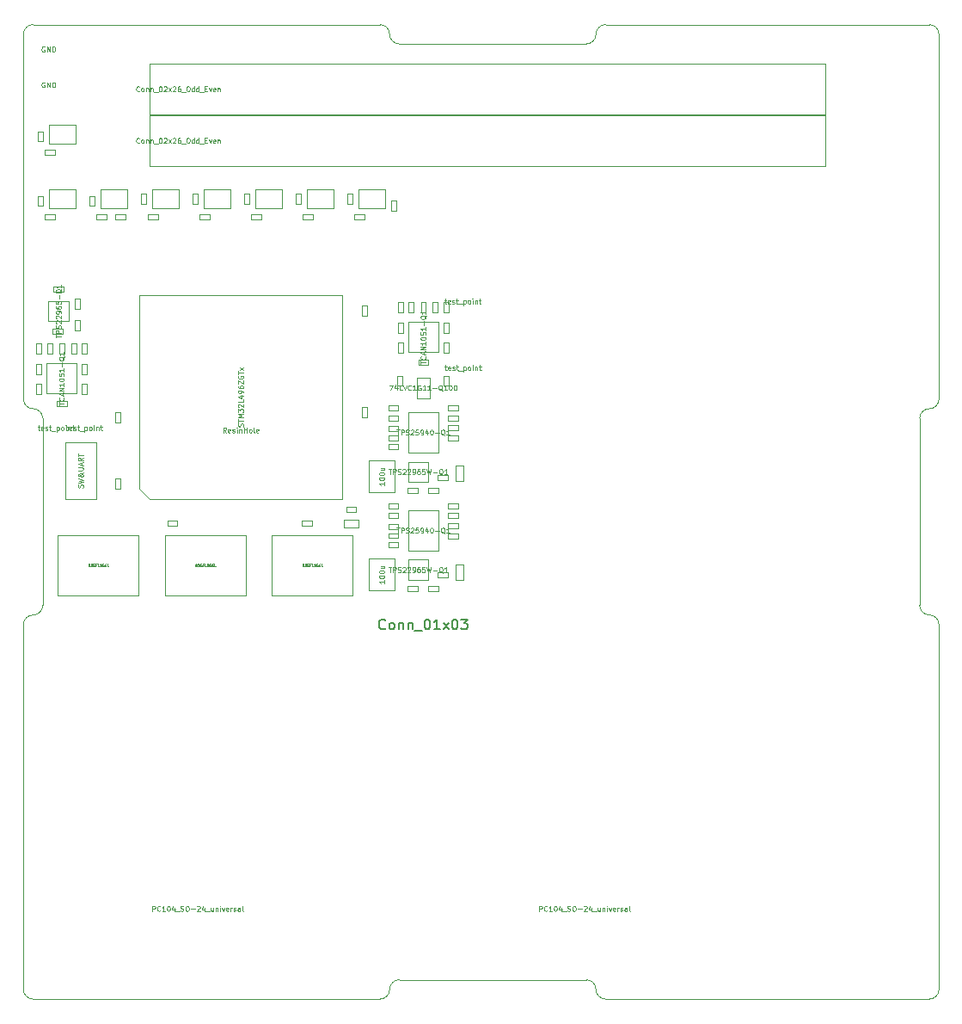
<source format=gbr>
G04 #@! TF.GenerationSoftware,KiCad,Pcbnew,5.1.9*
G04 #@! TF.CreationDate,2021-03-03T13:13:51+01:00*
G04 #@! TF.ProjectId,board_sierra,626f6172-645f-4736-9965-7272612e6b69,v1.1*
G04 #@! TF.SameCoordinates,PX1903cf0PY6c69e80*
G04 #@! TF.FileFunction,Other,Fab,Top*
%FSLAX46Y46*%
G04 Gerber Fmt 4.6, Leading zero omitted, Abs format (unit mm)*
G04 Created by KiCad (PCBNEW 5.1.9) date 2021-03-03 13:13:51*
%MOMM*%
%LPD*%
G01*
G04 APERTURE LIST*
G04 #@! TA.AperFunction,Profile*
%ADD10C,0.100000*%
G04 #@! TD*
%ADD11C,0.100000*%
%ADD12C,0.150000*%
%ADD13C,0.062500*%
G04 APERTURE END LIST*
D10*
X50355500Y88900000D02*
G75*
G03*
X51308000Y89852500I0J952500D01*
G01*
X31940500Y88900000D02*
X50355500Y88900000D01*
X52260500Y90805000D02*
X84137500Y90805000D01*
X30988000Y89852500D02*
G75*
G03*
X30035500Y90805000I-952500J0D01*
G01*
X30988000Y89852500D02*
G75*
G03*
X31940500Y88900000I952500J0D01*
G01*
X-4127500Y90805000D02*
X30035500Y90805000D01*
X52260500Y90805000D02*
G75*
G03*
X51308000Y89852500I0J-952500D01*
G01*
X52260500Y-5080000D02*
X84137500Y-5080000D01*
X31940500Y-3175000D02*
X50355500Y-3175000D01*
X-4127500Y-5080000D02*
X30035500Y-5080000D01*
X52260500Y-5080000D02*
G75*
G02*
X51308000Y-4127500I0J952500D01*
G01*
X50355500Y-3175000D02*
G75*
G02*
X51308000Y-4127500I0J-952500D01*
G01*
X30988000Y-4127500D02*
G75*
G02*
X31940500Y-3175000I952500J0D01*
G01*
X30988000Y-4127500D02*
G75*
G02*
X30035500Y-5080000I-952500J0D01*
G01*
X84137500Y53009800D02*
G75*
G03*
X83185000Y52057300I0J-952500D01*
G01*
X85090000Y89852500D02*
X85090000Y53962300D01*
X83185000Y52057300D02*
X83185000Y33667700D01*
X85090000Y31762700D02*
X85090000Y-4127500D01*
X83185000Y33667700D02*
G75*
G03*
X84137500Y32715200I952500J0D01*
G01*
X85090000Y31762700D02*
G75*
G03*
X84137500Y32715200I-952500J0D01*
G01*
X84137500Y53009800D02*
G75*
G03*
X85090000Y53962300I0J952500D01*
G01*
X85090000Y-4127500D02*
G75*
G02*
X84137500Y-5080000I-952500J0D01*
G01*
X84137500Y90805000D02*
G75*
G02*
X85090000Y89852500I0J-952500D01*
G01*
X-5080000Y31762700D02*
X-5080000Y-4127500D01*
X-5080000Y89852500D02*
X-5080000Y53962300D01*
X-5080000Y89852500D02*
G75*
G02*
X-4127500Y90805000I952500J0D01*
G01*
X-3175000Y52057300D02*
X-3175000Y33667700D01*
X-4127500Y53009800D02*
G75*
G02*
X-5080000Y53962300I0J952500D01*
G01*
X-4127500Y53009800D02*
G75*
G02*
X-3175000Y52057300I0J-952500D01*
G01*
X-3175000Y33667700D02*
G75*
G02*
X-4127500Y32715200I-952500J0D01*
G01*
X-5080000Y31762700D02*
G75*
G02*
X-4127500Y32715200I952500J0D01*
G01*
X-4127500Y-5080000D02*
G75*
G02*
X-5080000Y-4127500I0J952500D01*
G01*
D11*
G04 #@! TO.C,L1*
X26450000Y42100000D02*
X26450000Y41300000D01*
X27950000Y42100000D02*
X26450000Y42100000D01*
X27950000Y41300000D02*
X27950000Y42100000D01*
X26450000Y41300000D02*
X27950000Y41300000D01*
G04 #@! TO.C,H2*
X7365000Y81980000D02*
X7365000Y86930000D01*
X7365000Y86930000D02*
X73915000Y86930000D01*
X73915000Y86930000D02*
X73915000Y81980000D01*
X73915000Y81980000D02*
X7365000Y81980000D01*
G04 #@! TO.C,H1*
X7365000Y76900000D02*
X7365000Y81850000D01*
X7365000Y81850000D02*
X73915000Y81850000D01*
X73915000Y81850000D02*
X73915000Y76900000D01*
X73915000Y76900000D02*
X7365000Y76900000D01*
G04 #@! TO.C,C57*
X28976000Y35103000D02*
X28976000Y38303000D01*
X31476000Y35103000D02*
X28976000Y35103000D01*
X31476000Y38303000D02*
X31476000Y35103000D01*
X28976000Y38303000D02*
X31476000Y38303000D01*
G04 #@! TO.C,C56*
X28976000Y44755000D02*
X28976000Y47955000D01*
X31476000Y44755000D02*
X28976000Y44755000D01*
X31476000Y47955000D02*
X31476000Y44755000D01*
X28976000Y47955000D02*
X31476000Y47955000D01*
G04 #@! TO.C,R53*
X36326000Y55253000D02*
X36826000Y55253000D01*
X36326000Y56253000D02*
X36326000Y55253000D01*
X36826000Y56253000D02*
X36826000Y55253000D01*
X36326000Y56253000D02*
X36826000Y56253000D01*
G04 #@! TO.C,U1*
X7336000Y44158000D02*
X6336000Y45158000D01*
X26336000Y44158000D02*
X7336000Y44158000D01*
X26336000Y64158000D02*
X26336000Y44158000D01*
X6336000Y64158000D02*
X26336000Y64158000D01*
X6336000Y45158000D02*
X6336000Y64158000D01*
G04 #@! TO.C,C34*
X7180000Y71660000D02*
X7180000Y72160000D01*
X7180000Y72160000D02*
X8180000Y72160000D01*
X7180000Y71660000D02*
X8180000Y71660000D01*
X8180000Y71660000D02*
X8180000Y72160000D01*
G04 #@! TO.C,C59*
X36810000Y60460000D02*
X36310000Y60460000D01*
X36310000Y60460000D02*
X36310000Y61460000D01*
X36810000Y60460000D02*
X36810000Y61460000D01*
X36810000Y61460000D02*
X36310000Y61460000D01*
G04 #@! TO.C,C68*
X-3810000Y59450000D02*
X-3310000Y59450000D01*
X-3310000Y59450000D02*
X-3310000Y58450000D01*
X-3810000Y59450000D02*
X-3810000Y58450000D01*
X-3810000Y58450000D02*
X-3310000Y58450000D01*
G04 #@! TO.C,C63*
X33810000Y57350000D02*
X33810000Y57850000D01*
X33810000Y57850000D02*
X34810000Y57850000D01*
X33810000Y57350000D02*
X34810000Y57350000D01*
X34810000Y57350000D02*
X34810000Y57850000D01*
G04 #@! TO.C,C62*
X-1810000Y53300000D02*
X-1810000Y53800000D01*
X-1810000Y53800000D02*
X-810000Y53800000D01*
X-1810000Y53300000D02*
X-810000Y53300000D01*
X-810000Y53300000D02*
X-810000Y53800000D01*
G04 #@! TO.C,C66*
X35690000Y46010000D02*
X35690000Y46510000D01*
X35690000Y46510000D02*
X36690000Y46510000D01*
X35690000Y46010000D02*
X36690000Y46010000D01*
X36690000Y46010000D02*
X36690000Y46510000D01*
G04 #@! TO.C,C70*
X37470000Y45920000D02*
X38270000Y45920000D01*
X37470000Y47420000D02*
X37470000Y45920000D01*
X38270000Y47420000D02*
X37470000Y47420000D01*
X38270000Y45920000D02*
X38270000Y47420000D01*
G04 #@! TO.C,C71*
X37470000Y36155000D02*
X38270000Y36155000D01*
X37470000Y37655000D02*
X37470000Y36155000D01*
X38270000Y37655000D02*
X37470000Y37655000D01*
X38270000Y36155000D02*
X38270000Y37655000D01*
G04 #@! TO.C,R70*
X-3810000Y54450000D02*
X-3310000Y54450000D01*
X-3810000Y55450000D02*
X-3810000Y54450000D01*
X-3310000Y55450000D02*
X-3310000Y54450000D01*
X-3810000Y55450000D02*
X-3310000Y55450000D01*
G04 #@! TO.C,R69*
X690000Y54450000D02*
X1190000Y54450000D01*
X690000Y55450000D02*
X690000Y54450000D01*
X1190000Y55450000D02*
X1190000Y54450000D01*
X690000Y55450000D02*
X1190000Y55450000D01*
G04 #@! TO.C,U3*
X35810000Y58560000D02*
X32810000Y58560000D01*
X35810000Y61560000D02*
X35810000Y58560000D01*
X32810000Y61560000D02*
X35810000Y61560000D01*
X32810000Y58560000D02*
X32810000Y61560000D01*
G04 #@! TO.C,M1*
X-1714000Y34592000D02*
X-1714000Y40592000D01*
X-1714000Y40592000D02*
X6286000Y40592000D01*
X6286000Y34592000D02*
X-1714000Y34592000D01*
X6286000Y40592000D02*
X6286000Y34592000D01*
G04 #@! TO.C,M3*
X19368000Y34592000D02*
X19368000Y40592000D01*
X19368000Y40592000D02*
X27368000Y40592000D01*
X27368000Y34592000D02*
X19368000Y34592000D01*
X27368000Y40592000D02*
X27368000Y34592000D01*
G04 #@! TO.C,M2*
X8827000Y34592000D02*
X8827000Y40592000D01*
X8827000Y40592000D02*
X16827000Y40592000D01*
X16827000Y34592000D02*
X8827000Y34592000D01*
X16827000Y40592000D02*
X16827000Y34592000D01*
G04 #@! TO.C,U2*
X190000Y54500000D02*
X-2810000Y54500000D01*
X190000Y57500000D02*
X190000Y54500000D01*
X-2810000Y57500000D02*
X190000Y57500000D01*
X-2810000Y54500000D02*
X-2810000Y57500000D01*
G04 #@! TO.C,EF2*
X32790000Y39030000D02*
X32790000Y43030000D01*
X35790000Y39030000D02*
X32790000Y39030000D01*
X32790000Y43030000D02*
X35790000Y43030000D01*
X35790000Y43030000D02*
X35790000Y39030000D01*
G04 #@! TO.C,JC1*
X2085000Y49665000D02*
X2085000Y44155000D01*
X2085000Y49665000D02*
X-965000Y49665000D01*
X-965000Y44155000D02*
X2085000Y44155000D01*
X-965000Y44155000D02*
X-965000Y49665000D01*
G04 #@! TO.C,C64*
X-1560000Y59450000D02*
X-1060000Y59450000D01*
X-1060000Y59450000D02*
X-1060000Y58450000D01*
X-1560000Y59450000D02*
X-1560000Y58450000D01*
X-1560000Y58450000D02*
X-1060000Y58450000D01*
G04 #@! TO.C,C18*
X3930000Y52660000D02*
X4430000Y52660000D01*
X4430000Y52660000D02*
X4430000Y51660000D01*
X3930000Y52660000D02*
X3930000Y51660000D01*
X3930000Y51660000D02*
X4430000Y51660000D01*
G04 #@! TO.C,C5*
X3930000Y46160000D02*
X4430000Y46160000D01*
X4430000Y46160000D02*
X4430000Y45160000D01*
X3930000Y46160000D02*
X3930000Y45160000D01*
X3930000Y45160000D02*
X4430000Y45160000D01*
G04 #@! TO.C,C1*
X22330000Y41490000D02*
X22330000Y41990000D01*
X22330000Y41990000D02*
X23330000Y41990000D01*
X22330000Y41490000D02*
X23330000Y41490000D01*
X23330000Y41490000D02*
X23330000Y41990000D01*
G04 #@! TO.C,R68*
X30840000Y39870000D02*
X30840000Y39370000D01*
X31840000Y39870000D02*
X30840000Y39870000D01*
X31840000Y39370000D02*
X30840000Y39370000D01*
X31840000Y39870000D02*
X31840000Y39370000D01*
G04 #@! TO.C,R15*
X-3670000Y79310000D02*
X-3170000Y79310000D01*
X-3670000Y80310000D02*
X-3670000Y79310000D01*
X-3170000Y80310000D02*
X-3170000Y79310000D01*
X-3670000Y80310000D02*
X-3170000Y80310000D01*
G04 #@! TO.C,C25*
X-2990000Y78010000D02*
X-2990000Y78510000D01*
X-2990000Y78510000D02*
X-1990000Y78510000D01*
X-2990000Y78010000D02*
X-1990000Y78010000D01*
X-1990000Y78010000D02*
X-1990000Y78510000D01*
G04 #@! TO.C,AS6*
X30000Y80910000D02*
X30000Y79110000D01*
X30000Y79110000D02*
X-2570000Y79110000D01*
X-2570000Y79110000D02*
X-2570000Y80910000D01*
X-2570000Y80910000D02*
X30000Y80910000D01*
G04 #@! TO.C,AS12*
X20350000Y74560000D02*
X20350000Y72760000D01*
X20350000Y72760000D02*
X17750000Y72760000D01*
X17750000Y72760000D02*
X17750000Y74560000D01*
X17750000Y74560000D02*
X20350000Y74560000D01*
G04 #@! TO.C,R16*
X26810000Y73160000D02*
X27310000Y73160000D01*
X26810000Y74160000D02*
X26810000Y73160000D01*
X27310000Y74160000D02*
X27310000Y73160000D01*
X26810000Y74160000D02*
X27310000Y74160000D01*
G04 #@! TO.C,R3*
X4990000Y71660000D02*
X4990000Y72160000D01*
X3990000Y71660000D02*
X4990000Y71660000D01*
X3990000Y72160000D02*
X4990000Y72160000D01*
X3990000Y71660000D02*
X3990000Y72160000D01*
G04 #@! TO.C,C3*
X2090000Y71660000D02*
X2090000Y72160000D01*
X2090000Y72160000D02*
X3090000Y72160000D01*
X2090000Y71660000D02*
X3090000Y71660000D01*
X3090000Y71660000D02*
X3090000Y72160000D01*
G04 #@! TO.C,C30*
X22410000Y71660000D02*
X22410000Y72160000D01*
X22410000Y72160000D02*
X23410000Y72160000D01*
X22410000Y71660000D02*
X23410000Y71660000D01*
X23410000Y71660000D02*
X23410000Y72160000D01*
G04 #@! TO.C,AS10*
X10190000Y74560000D02*
X10190000Y72760000D01*
X10190000Y72760000D02*
X7590000Y72760000D01*
X7590000Y72760000D02*
X7590000Y74560000D01*
X7590000Y74560000D02*
X10190000Y74560000D01*
G04 #@! TO.C,R25*
X6490000Y73160000D02*
X6990000Y73160000D01*
X6490000Y74160000D02*
X6490000Y73160000D01*
X6990000Y74160000D02*
X6990000Y73160000D01*
X6490000Y74160000D02*
X6990000Y74160000D01*
G04 #@! TO.C,R48*
X11570000Y73160000D02*
X12070000Y73160000D01*
X11570000Y74160000D02*
X11570000Y73160000D01*
X12070000Y74160000D02*
X12070000Y73160000D01*
X11570000Y74160000D02*
X12070000Y74160000D01*
G04 #@! TO.C,C53*
X12250000Y71660000D02*
X12250000Y72160000D01*
X12250000Y72160000D02*
X13250000Y72160000D01*
X12250000Y71660000D02*
X13250000Y71660000D01*
X13250000Y71660000D02*
X13250000Y72160000D01*
G04 #@! TO.C,R72*
X31810000Y58510000D02*
X32310000Y58510000D01*
X31810000Y59510000D02*
X31810000Y58510000D01*
X32310000Y59510000D02*
X32310000Y58510000D01*
X31810000Y59510000D02*
X32310000Y59510000D01*
G04 #@! TO.C,R71*
X36310000Y58510000D02*
X36810000Y58510000D01*
X36310000Y59510000D02*
X36310000Y58510000D01*
X36810000Y59510000D02*
X36810000Y58510000D01*
X36310000Y59510000D02*
X36810000Y59510000D01*
G04 #@! TO.C,EF1*
X32790000Y48670000D02*
X32790000Y52670000D01*
X35790000Y48670000D02*
X32790000Y48670000D01*
X32790000Y52670000D02*
X35790000Y52670000D01*
X35790000Y52670000D02*
X35790000Y48670000D01*
G04 #@! TO.C,Q2*
X32790000Y47790000D02*
X34790000Y47790000D01*
X34790000Y47790000D02*
X34790000Y45790000D01*
X34790000Y45790000D02*
X32790000Y45790000D01*
X32790000Y45790000D02*
X32790000Y47790000D01*
G04 #@! TO.C,R67*
X30840000Y49500000D02*
X30840000Y49000000D01*
X31840000Y49500000D02*
X30840000Y49500000D01*
X31840000Y49000000D02*
X30840000Y49000000D01*
X31840000Y49500000D02*
X31840000Y49000000D01*
G04 #@! TO.C,R62*
X31840000Y42230000D02*
X31840000Y42730000D01*
X30840000Y42230000D02*
X31840000Y42230000D01*
X30840000Y42730000D02*
X31840000Y42730000D01*
X30840000Y42230000D02*
X30840000Y42730000D01*
G04 #@! TO.C,R60*
X36740000Y43680000D02*
X36740000Y43180000D01*
X37740000Y43680000D02*
X36740000Y43680000D01*
X37740000Y43180000D02*
X36740000Y43180000D01*
X37740000Y43680000D02*
X37740000Y43180000D01*
G04 #@! TO.C,D1*
X470000Y63820000D02*
X-30000Y63820000D01*
X470000Y62820000D02*
X470000Y63820000D01*
X-30000Y62820000D02*
X-30000Y63820000D01*
X470000Y62820000D02*
X-30000Y62820000D01*
G04 #@! TO.C,D3*
X32774000Y35580000D02*
X32774000Y35080000D01*
X33774000Y35580000D02*
X32774000Y35580000D01*
X33774000Y35080000D02*
X32774000Y35080000D01*
X33774000Y35580000D02*
X33774000Y35080000D01*
G04 #@! TO.C,D2*
X32774000Y45220700D02*
X32774000Y44720700D01*
X33774000Y45220700D02*
X32774000Y45220700D01*
X33774000Y44720700D02*
X32774000Y44720700D01*
X33774000Y45220700D02*
X33774000Y44720700D01*
G04 #@! TO.C,C28*
X-2110000Y64520000D02*
X-2110000Y65020000D01*
X-2110000Y65020000D02*
X-1110000Y65020000D01*
X-2110000Y64520000D02*
X-1110000Y64520000D01*
X-1110000Y64520000D02*
X-1110000Y65020000D01*
G04 #@! TO.C,C27*
X-30000Y61730000D02*
X470000Y61730000D01*
X470000Y61730000D02*
X470000Y60730000D01*
X-30000Y61730000D02*
X-30000Y60730000D01*
X-30000Y60730000D02*
X470000Y60730000D01*
G04 #@! TO.C,C67*
X35690000Y36380000D02*
X35690000Y36880000D01*
X35690000Y36880000D02*
X36690000Y36880000D01*
X35690000Y36380000D02*
X36690000Y36380000D01*
X36690000Y36380000D02*
X36690000Y36880000D01*
G04 #@! TO.C,C61*
X34806000Y35080000D02*
X34806000Y35580000D01*
X34806000Y35580000D02*
X35806000Y35580000D01*
X34806000Y35080000D02*
X35806000Y35080000D01*
X35806000Y35080000D02*
X35806000Y35580000D01*
G04 #@! TO.C,C60*
X34806000Y44720700D02*
X34806000Y45220700D01*
X34806000Y45220700D02*
X35806000Y45220700D01*
X34806000Y44720700D02*
X35806000Y44720700D01*
X35806000Y44720700D02*
X35806000Y45220700D01*
G04 #@! TO.C,C52*
X31840000Y43680000D02*
X31840000Y43180000D01*
X31840000Y43180000D02*
X30840000Y43180000D01*
X31840000Y43680000D02*
X30840000Y43680000D01*
X30840000Y43680000D02*
X30840000Y43180000D01*
G04 #@! TO.C,C51*
X31840000Y53310000D02*
X31840000Y52810000D01*
X31840000Y52810000D02*
X30840000Y52810000D01*
X31840000Y53310000D02*
X30840000Y53310000D01*
X30840000Y53310000D02*
X30840000Y52810000D01*
G04 #@! TO.C,R80*
X35740000Y63510000D02*
X35240000Y63510000D01*
X35740000Y62510000D02*
X35740000Y63510000D01*
X35240000Y62510000D02*
X35240000Y63510000D01*
X35740000Y62510000D02*
X35240000Y62510000D01*
G04 #@! TO.C,R79*
X120000Y59450000D02*
X-380000Y59450000D01*
X120000Y58450000D02*
X120000Y59450000D01*
X-380000Y58450000D02*
X-380000Y59450000D01*
X120000Y58450000D02*
X-380000Y58450000D01*
G04 #@! TO.C,R78*
X33370000Y63510000D02*
X32870000Y63510000D01*
X33370000Y62510000D02*
X33370000Y63510000D01*
X32870000Y62510000D02*
X32870000Y63510000D01*
X33370000Y62510000D02*
X32870000Y62510000D01*
G04 #@! TO.C,R77*
X-2250000Y59450000D02*
X-2750000Y59450000D01*
X-2250000Y58450000D02*
X-2250000Y59450000D01*
X-2750000Y58450000D02*
X-2750000Y59450000D01*
X-2250000Y58450000D02*
X-2750000Y58450000D01*
G04 #@! TO.C,R74*
X31810000Y60460000D02*
X32310000Y60460000D01*
X31810000Y61460000D02*
X31810000Y60460000D01*
X32310000Y61460000D02*
X32310000Y60460000D01*
X31810000Y61460000D02*
X32310000Y61460000D01*
G04 #@! TO.C,R73*
X-3810000Y56400000D02*
X-3310000Y56400000D01*
X-3810000Y57400000D02*
X-3810000Y56400000D01*
X-3310000Y57400000D02*
X-3310000Y56400000D01*
X-3810000Y57400000D02*
X-3310000Y57400000D01*
G04 #@! TO.C,R22*
X-1240000Y60370000D02*
X-1240000Y60870000D01*
X-2240000Y60370000D02*
X-1240000Y60370000D01*
X-2240000Y60870000D02*
X-1240000Y60870000D01*
X-2240000Y60370000D02*
X-2240000Y60870000D01*
G04 #@! TO.C,R33*
X16650000Y73160000D02*
X17150000Y73160000D01*
X16650000Y74160000D02*
X16650000Y73160000D01*
X17150000Y74160000D02*
X17150000Y73160000D01*
X16650000Y74160000D02*
X17150000Y74160000D01*
G04 #@! TO.C,R76*
X31750000Y55253000D02*
X32250000Y55253000D01*
X31750000Y56253000D02*
X31750000Y55253000D01*
X32250000Y56253000D02*
X32250000Y55253000D01*
X31750000Y56253000D02*
X32250000Y56253000D01*
G04 #@! TO.C,R17*
X21730000Y73160000D02*
X22230000Y73160000D01*
X21730000Y74160000D02*
X21730000Y73160000D01*
X22230000Y74160000D02*
X22230000Y73160000D01*
X21730000Y74160000D02*
X22230000Y74160000D01*
G04 #@! TO.C,R1*
X1910000Y73960000D02*
X1410000Y73960000D01*
X1910000Y72960000D02*
X1910000Y73960000D01*
X1410000Y72960000D02*
X1410000Y73960000D01*
X1910000Y72960000D02*
X1410000Y72960000D01*
G04 #@! TO.C,R66*
X30840000Y41670000D02*
X30840000Y41170000D01*
X31840000Y41670000D02*
X30840000Y41670000D01*
X31840000Y41170000D02*
X30840000Y41170000D01*
X31840000Y41670000D02*
X31840000Y41170000D01*
G04 #@! TO.C,R65*
X30840000Y40770000D02*
X30840000Y40270000D01*
X31840000Y40770000D02*
X30840000Y40770000D01*
X31840000Y40270000D02*
X30840000Y40270000D01*
X31840000Y40770000D02*
X31840000Y40270000D01*
G04 #@! TO.C,R64*
X30840000Y51300000D02*
X30840000Y50800000D01*
X31840000Y51300000D02*
X30840000Y51300000D01*
X31840000Y50800000D02*
X30840000Y50800000D01*
X31840000Y51300000D02*
X31840000Y50800000D01*
G04 #@! TO.C,R63*
X30840000Y50400000D02*
X30840000Y49900000D01*
X31840000Y50400000D02*
X30840000Y50400000D01*
X31840000Y49900000D02*
X30840000Y49900000D01*
X31840000Y50400000D02*
X31840000Y49900000D01*
G04 #@! TO.C,R61*
X31840000Y51860000D02*
X31840000Y52360000D01*
X30840000Y51860000D02*
X31840000Y51860000D01*
X30840000Y52360000D02*
X31840000Y52360000D01*
X30840000Y51860000D02*
X30840000Y52360000D01*
G04 #@! TO.C,R59*
X36740000Y53310000D02*
X36740000Y52810000D01*
X37740000Y53310000D02*
X36740000Y53310000D01*
X37740000Y52810000D02*
X36740000Y52810000D01*
X37740000Y53310000D02*
X37740000Y52810000D01*
G04 #@! TO.C,R56*
X37740000Y42230000D02*
X37740000Y42730000D01*
X36740000Y42230000D02*
X37740000Y42230000D01*
X36740000Y42730000D02*
X37740000Y42730000D01*
X36740000Y42230000D02*
X36740000Y42730000D01*
G04 #@! TO.C,R55*
X36740000Y41780000D02*
X36740000Y41280000D01*
X37740000Y41780000D02*
X36740000Y41780000D01*
X37740000Y41280000D02*
X36740000Y41280000D01*
X37740000Y41780000D02*
X37740000Y41280000D01*
G04 #@! TO.C,R54*
X37740000Y40220000D02*
X37740000Y40720000D01*
X36740000Y40220000D02*
X37740000Y40220000D01*
X36740000Y40720000D02*
X37740000Y40720000D01*
X36740000Y40220000D02*
X36740000Y40720000D01*
G04 #@! TO.C,R52*
X37740000Y51860000D02*
X37740000Y52360000D01*
X36740000Y51860000D02*
X37740000Y51860000D01*
X36740000Y52360000D02*
X37740000Y52360000D01*
X36740000Y51860000D02*
X36740000Y52360000D01*
G04 #@! TO.C,R51*
X36740000Y51410000D02*
X36740000Y50910000D01*
X37740000Y51410000D02*
X36740000Y51410000D01*
X37740000Y50910000D02*
X36740000Y50910000D01*
X37740000Y51410000D02*
X37740000Y50910000D01*
G04 #@! TO.C,R50*
X37740000Y49850000D02*
X37740000Y50350000D01*
X36740000Y49850000D02*
X37740000Y49850000D01*
X36740000Y50350000D02*
X37740000Y50350000D01*
X36740000Y49850000D02*
X36740000Y50350000D01*
G04 #@! TO.C,R14*
X-3670000Y72960000D02*
X-3170000Y72960000D01*
X-3670000Y73960000D02*
X-3670000Y72960000D01*
X-3170000Y73960000D02*
X-3170000Y72960000D01*
X-3670000Y73960000D02*
X-3170000Y73960000D01*
G04 #@! TO.C,R19*
X31110000Y72460000D02*
X31610000Y72460000D01*
X31110000Y73460000D02*
X31110000Y72460000D01*
X31610000Y73460000D02*
X31610000Y72460000D01*
X31110000Y73460000D02*
X31610000Y73460000D01*
G04 #@! TO.C,Q1*
X-2610000Y61630000D02*
X-2610000Y63630000D01*
X-2610000Y63630000D02*
X-610000Y63630000D01*
X-610000Y63630000D02*
X-610000Y61630000D01*
X-610000Y61630000D02*
X-2610000Y61630000D01*
G04 #@! TO.C,Q3*
X32790000Y38150000D02*
X34790000Y38150000D01*
X34790000Y38150000D02*
X34790000Y36150000D01*
X34790000Y36150000D02*
X32790000Y36150000D01*
X32790000Y36150000D02*
X32790000Y38150000D01*
G04 #@! TO.C,LG1*
X34915000Y56060000D02*
X34915000Y54060000D01*
X33665000Y54060000D02*
X33665000Y56060000D01*
X33665000Y56060000D02*
X34915000Y56060000D01*
X34915000Y54060000D02*
X33665000Y54060000D01*
G04 #@! TO.C,FB1*
X26700000Y43350000D02*
X26700000Y42850000D01*
X27700000Y43350000D02*
X26700000Y43350000D01*
X27700000Y42850000D02*
X26700000Y42850000D01*
X27700000Y43350000D02*
X27700000Y42850000D01*
G04 #@! TO.C,C73*
X36310000Y63510000D02*
X36810000Y63510000D01*
X36810000Y63510000D02*
X36810000Y62510000D01*
X36310000Y63510000D02*
X36310000Y62510000D01*
X36310000Y62510000D02*
X36810000Y62510000D01*
G04 #@! TO.C,C72*
X690000Y59460000D02*
X1190000Y59460000D01*
X1190000Y59460000D02*
X1190000Y58460000D01*
X690000Y59460000D02*
X690000Y58460000D01*
X690000Y58460000D02*
X1190000Y58460000D01*
G04 #@! TO.C,C69*
X31810000Y63510000D02*
X32310000Y63510000D01*
X32310000Y63510000D02*
X32310000Y62510000D01*
X31810000Y63510000D02*
X31810000Y62510000D01*
X31810000Y62510000D02*
X32310000Y62510000D01*
G04 #@! TO.C,C65*
X34560000Y62510000D02*
X34060000Y62510000D01*
X34060000Y62510000D02*
X34060000Y63510000D01*
X34560000Y62510000D02*
X34560000Y63510000D01*
X34560000Y63510000D02*
X34060000Y63510000D01*
G04 #@! TO.C,C58*
X1190000Y56400000D02*
X690000Y56400000D01*
X690000Y56400000D02*
X690000Y57400000D01*
X1190000Y56400000D02*
X1190000Y57400000D01*
X1190000Y57400000D02*
X690000Y57400000D01*
G04 #@! TO.C,C47*
X17340000Y71660000D02*
X17340000Y72160000D01*
X17340000Y72160000D02*
X18340000Y72160000D01*
X17340000Y71660000D02*
X18340000Y71660000D01*
X18340000Y71660000D02*
X18340000Y72160000D01*
G04 #@! TO.C,C24*
X-2990000Y71660000D02*
X-2990000Y72160000D01*
X-2990000Y72160000D02*
X-1990000Y72160000D01*
X-2990000Y71660000D02*
X-1990000Y71660000D01*
X-1990000Y71660000D02*
X-1990000Y72160000D01*
G04 #@! TO.C,C29*
X27500000Y71660000D02*
X27500000Y72160000D01*
X27500000Y72160000D02*
X28500000Y72160000D01*
X27500000Y71660000D02*
X28500000Y71660000D01*
X28500000Y71660000D02*
X28500000Y72160000D01*
G04 #@! TO.C,C14*
X9090000Y41490000D02*
X9090000Y41990000D01*
X9090000Y41990000D02*
X10090000Y41990000D01*
X9090000Y41490000D02*
X10090000Y41490000D01*
X10090000Y41490000D02*
X10090000Y41990000D01*
G04 #@! TO.C,C11*
X28730000Y52160000D02*
X28230000Y52160000D01*
X28230000Y52160000D02*
X28230000Y53160000D01*
X28730000Y52160000D02*
X28730000Y53160000D01*
X28730000Y53160000D02*
X28230000Y53160000D01*
G04 #@! TO.C,C9*
X28740000Y62160000D02*
X28240000Y62160000D01*
X28240000Y62160000D02*
X28240000Y63160000D01*
X28740000Y62160000D02*
X28740000Y63160000D01*
X28740000Y63160000D02*
X28240000Y63160000D01*
G04 #@! TO.C,AS8*
X25430000Y74560000D02*
X25430000Y72760000D01*
X25430000Y72760000D02*
X22830000Y72760000D01*
X22830000Y72760000D02*
X22830000Y74560000D01*
X22830000Y74560000D02*
X25430000Y74560000D01*
G04 #@! TO.C,AS1*
X5110000Y74560000D02*
X5110000Y72760000D01*
X5110000Y72760000D02*
X2510000Y72760000D01*
X2510000Y72760000D02*
X2510000Y74560000D01*
X2510000Y74560000D02*
X5110000Y74560000D01*
G04 #@! TO.C,AS14*
X15270000Y74560000D02*
X15270000Y72760000D01*
X15270000Y72760000D02*
X12670000Y72760000D01*
X12670000Y72760000D02*
X12670000Y74560000D01*
X12670000Y74560000D02*
X15270000Y74560000D01*
G04 #@! TO.C,AS5*
X30000Y74560000D02*
X30000Y72760000D01*
X30000Y72760000D02*
X-2570000Y72760000D01*
X-2570000Y72760000D02*
X-2570000Y74560000D01*
X-2570000Y74560000D02*
X30000Y74560000D01*
G04 #@! TO.C,AS7*
X30510000Y74560000D02*
X30510000Y72760000D01*
X30510000Y72760000D02*
X27910000Y72760000D01*
X27910000Y72760000D02*
X27910000Y74560000D01*
X27910000Y74560000D02*
X30510000Y74560000D01*
G04 #@! TD*
G04 #@! TO.C,RH1*
X14895523Y50673810D02*
X14728857Y50911905D01*
X14609809Y50673810D02*
X14609809Y51173810D01*
X14800285Y51173810D01*
X14847904Y51150000D01*
X14871714Y51126191D01*
X14895523Y51078572D01*
X14895523Y51007143D01*
X14871714Y50959524D01*
X14847904Y50935715D01*
X14800285Y50911905D01*
X14609809Y50911905D01*
X15300285Y50697620D02*
X15252666Y50673810D01*
X15157428Y50673810D01*
X15109809Y50697620D01*
X15086000Y50745239D01*
X15086000Y50935715D01*
X15109809Y50983334D01*
X15157428Y51007143D01*
X15252666Y51007143D01*
X15300285Y50983334D01*
X15324095Y50935715D01*
X15324095Y50888096D01*
X15086000Y50840477D01*
X15514571Y50697620D02*
X15562190Y50673810D01*
X15657428Y50673810D01*
X15705047Y50697620D01*
X15728857Y50745239D01*
X15728857Y50769048D01*
X15705047Y50816667D01*
X15657428Y50840477D01*
X15586000Y50840477D01*
X15538380Y50864286D01*
X15514571Y50911905D01*
X15514571Y50935715D01*
X15538380Y50983334D01*
X15586000Y51007143D01*
X15657428Y51007143D01*
X15705047Y50983334D01*
X15943142Y50673810D02*
X15943142Y51007143D01*
X15943142Y51173810D02*
X15919333Y51150000D01*
X15943142Y51126191D01*
X15966952Y51150000D01*
X15943142Y51173810D01*
X15943142Y51126191D01*
X16181238Y51007143D02*
X16181238Y50673810D01*
X16181238Y50959524D02*
X16205047Y50983334D01*
X16252666Y51007143D01*
X16324095Y51007143D01*
X16371714Y50983334D01*
X16395523Y50935715D01*
X16395523Y50673810D01*
X16633619Y50673810D02*
X16633619Y51173810D01*
X16633619Y50935715D02*
X16919333Y50935715D01*
X16919333Y50673810D02*
X16919333Y51173810D01*
X17228857Y50673810D02*
X17181238Y50697620D01*
X17157428Y50721429D01*
X17133619Y50769048D01*
X17133619Y50911905D01*
X17157428Y50959524D01*
X17181238Y50983334D01*
X17228857Y51007143D01*
X17300285Y51007143D01*
X17347904Y50983334D01*
X17371714Y50959524D01*
X17395523Y50911905D01*
X17395523Y50769048D01*
X17371714Y50721429D01*
X17347904Y50697620D01*
X17300285Y50673810D01*
X17228857Y50673810D01*
X17681238Y50673810D02*
X17633619Y50697620D01*
X17609809Y50745239D01*
X17609809Y51173810D01*
X18062190Y50697620D02*
X18014571Y50673810D01*
X17919333Y50673810D01*
X17871714Y50697620D01*
X17847904Y50745239D01*
X17847904Y50935715D01*
X17871714Y50983334D01*
X17919333Y51007143D01*
X18014571Y51007143D01*
X18062190Y50983334D01*
X18086000Y50935715D01*
X18086000Y50888096D01*
X17847904Y50840477D01*
G04 #@! TO.C,H2*
X6338571Y84276429D02*
X6314761Y84252620D01*
X6243333Y84228810D01*
X6195714Y84228810D01*
X6124285Y84252620D01*
X6076666Y84300239D01*
X6052857Y84347858D01*
X6029047Y84443096D01*
X6029047Y84514524D01*
X6052857Y84609762D01*
X6076666Y84657381D01*
X6124285Y84705000D01*
X6195714Y84728810D01*
X6243333Y84728810D01*
X6314761Y84705000D01*
X6338571Y84681191D01*
X6624285Y84228810D02*
X6576666Y84252620D01*
X6552857Y84276429D01*
X6529047Y84324048D01*
X6529047Y84466905D01*
X6552857Y84514524D01*
X6576666Y84538334D01*
X6624285Y84562143D01*
X6695714Y84562143D01*
X6743333Y84538334D01*
X6767142Y84514524D01*
X6790952Y84466905D01*
X6790952Y84324048D01*
X6767142Y84276429D01*
X6743333Y84252620D01*
X6695714Y84228810D01*
X6624285Y84228810D01*
X7005238Y84562143D02*
X7005238Y84228810D01*
X7005238Y84514524D02*
X7029047Y84538334D01*
X7076666Y84562143D01*
X7148095Y84562143D01*
X7195714Y84538334D01*
X7219523Y84490715D01*
X7219523Y84228810D01*
X7457619Y84562143D02*
X7457619Y84228810D01*
X7457619Y84514524D02*
X7481428Y84538334D01*
X7529047Y84562143D01*
X7600476Y84562143D01*
X7648095Y84538334D01*
X7671904Y84490715D01*
X7671904Y84228810D01*
X7790952Y84181191D02*
X8171904Y84181191D01*
X8386190Y84728810D02*
X8433809Y84728810D01*
X8481428Y84705000D01*
X8505238Y84681191D01*
X8529047Y84633572D01*
X8552857Y84538334D01*
X8552857Y84419286D01*
X8529047Y84324048D01*
X8505238Y84276429D01*
X8481428Y84252620D01*
X8433809Y84228810D01*
X8386190Y84228810D01*
X8338571Y84252620D01*
X8314761Y84276429D01*
X8290952Y84324048D01*
X8267142Y84419286D01*
X8267142Y84538334D01*
X8290952Y84633572D01*
X8314761Y84681191D01*
X8338571Y84705000D01*
X8386190Y84728810D01*
X8743333Y84681191D02*
X8767142Y84705000D01*
X8814761Y84728810D01*
X8933809Y84728810D01*
X8981428Y84705000D01*
X9005238Y84681191D01*
X9029047Y84633572D01*
X9029047Y84585953D01*
X9005238Y84514524D01*
X8719523Y84228810D01*
X9029047Y84228810D01*
X9195714Y84228810D02*
X9457619Y84562143D01*
X9195714Y84562143D02*
X9457619Y84228810D01*
X9624285Y84681191D02*
X9648095Y84705000D01*
X9695714Y84728810D01*
X9814761Y84728810D01*
X9862380Y84705000D01*
X9886190Y84681191D01*
X9910000Y84633572D01*
X9910000Y84585953D01*
X9886190Y84514524D01*
X9600476Y84228810D01*
X9910000Y84228810D01*
X10338571Y84728810D02*
X10243333Y84728810D01*
X10195714Y84705000D01*
X10171904Y84681191D01*
X10124285Y84609762D01*
X10100476Y84514524D01*
X10100476Y84324048D01*
X10124285Y84276429D01*
X10148095Y84252620D01*
X10195714Y84228810D01*
X10290952Y84228810D01*
X10338571Y84252620D01*
X10362380Y84276429D01*
X10386190Y84324048D01*
X10386190Y84443096D01*
X10362380Y84490715D01*
X10338571Y84514524D01*
X10290952Y84538334D01*
X10195714Y84538334D01*
X10148095Y84514524D01*
X10124285Y84490715D01*
X10100476Y84443096D01*
X10481428Y84181191D02*
X10862380Y84181191D01*
X11076666Y84728810D02*
X11171904Y84728810D01*
X11219523Y84705000D01*
X11267142Y84657381D01*
X11290952Y84562143D01*
X11290952Y84395477D01*
X11267142Y84300239D01*
X11219523Y84252620D01*
X11171904Y84228810D01*
X11076666Y84228810D01*
X11029047Y84252620D01*
X10981428Y84300239D01*
X10957619Y84395477D01*
X10957619Y84562143D01*
X10981428Y84657381D01*
X11029047Y84705000D01*
X11076666Y84728810D01*
X11719523Y84228810D02*
X11719523Y84728810D01*
X11719523Y84252620D02*
X11671904Y84228810D01*
X11576666Y84228810D01*
X11529047Y84252620D01*
X11505238Y84276429D01*
X11481428Y84324048D01*
X11481428Y84466905D01*
X11505238Y84514524D01*
X11529047Y84538334D01*
X11576666Y84562143D01*
X11671904Y84562143D01*
X11719523Y84538334D01*
X12171904Y84228810D02*
X12171904Y84728810D01*
X12171904Y84252620D02*
X12124285Y84228810D01*
X12029047Y84228810D01*
X11981428Y84252620D01*
X11957619Y84276429D01*
X11933809Y84324048D01*
X11933809Y84466905D01*
X11957619Y84514524D01*
X11981428Y84538334D01*
X12029047Y84562143D01*
X12124285Y84562143D01*
X12171904Y84538334D01*
X12290952Y84181191D02*
X12671904Y84181191D01*
X12790952Y84490715D02*
X12957619Y84490715D01*
X13029047Y84228810D02*
X12790952Y84228810D01*
X12790952Y84728810D01*
X13029047Y84728810D01*
X13195714Y84562143D02*
X13314761Y84228810D01*
X13433809Y84562143D01*
X13814761Y84252620D02*
X13767142Y84228810D01*
X13671904Y84228810D01*
X13624285Y84252620D01*
X13600476Y84300239D01*
X13600476Y84490715D01*
X13624285Y84538334D01*
X13671904Y84562143D01*
X13767142Y84562143D01*
X13814761Y84538334D01*
X13838571Y84490715D01*
X13838571Y84443096D01*
X13600476Y84395477D01*
X14052857Y84562143D02*
X14052857Y84228810D01*
X14052857Y84514524D02*
X14076666Y84538334D01*
X14124285Y84562143D01*
X14195714Y84562143D01*
X14243333Y84538334D01*
X14267142Y84490715D01*
X14267142Y84228810D01*
G04 #@! TO.C,H1*
X6338571Y79196429D02*
X6314761Y79172620D01*
X6243333Y79148810D01*
X6195714Y79148810D01*
X6124285Y79172620D01*
X6076666Y79220239D01*
X6052857Y79267858D01*
X6029047Y79363096D01*
X6029047Y79434524D01*
X6052857Y79529762D01*
X6076666Y79577381D01*
X6124285Y79625000D01*
X6195714Y79648810D01*
X6243333Y79648810D01*
X6314761Y79625000D01*
X6338571Y79601191D01*
X6624285Y79148810D02*
X6576666Y79172620D01*
X6552857Y79196429D01*
X6529047Y79244048D01*
X6529047Y79386905D01*
X6552857Y79434524D01*
X6576666Y79458334D01*
X6624285Y79482143D01*
X6695714Y79482143D01*
X6743333Y79458334D01*
X6767142Y79434524D01*
X6790952Y79386905D01*
X6790952Y79244048D01*
X6767142Y79196429D01*
X6743333Y79172620D01*
X6695714Y79148810D01*
X6624285Y79148810D01*
X7005238Y79482143D02*
X7005238Y79148810D01*
X7005238Y79434524D02*
X7029047Y79458334D01*
X7076666Y79482143D01*
X7148095Y79482143D01*
X7195714Y79458334D01*
X7219523Y79410715D01*
X7219523Y79148810D01*
X7457619Y79482143D02*
X7457619Y79148810D01*
X7457619Y79434524D02*
X7481428Y79458334D01*
X7529047Y79482143D01*
X7600476Y79482143D01*
X7648095Y79458334D01*
X7671904Y79410715D01*
X7671904Y79148810D01*
X7790952Y79101191D02*
X8171904Y79101191D01*
X8386190Y79648810D02*
X8433809Y79648810D01*
X8481428Y79625000D01*
X8505238Y79601191D01*
X8529047Y79553572D01*
X8552857Y79458334D01*
X8552857Y79339286D01*
X8529047Y79244048D01*
X8505238Y79196429D01*
X8481428Y79172620D01*
X8433809Y79148810D01*
X8386190Y79148810D01*
X8338571Y79172620D01*
X8314761Y79196429D01*
X8290952Y79244048D01*
X8267142Y79339286D01*
X8267142Y79458334D01*
X8290952Y79553572D01*
X8314761Y79601191D01*
X8338571Y79625000D01*
X8386190Y79648810D01*
X8743333Y79601191D02*
X8767142Y79625000D01*
X8814761Y79648810D01*
X8933809Y79648810D01*
X8981428Y79625000D01*
X9005238Y79601191D01*
X9029047Y79553572D01*
X9029047Y79505953D01*
X9005238Y79434524D01*
X8719523Y79148810D01*
X9029047Y79148810D01*
X9195714Y79148810D02*
X9457619Y79482143D01*
X9195714Y79482143D02*
X9457619Y79148810D01*
X9624285Y79601191D02*
X9648095Y79625000D01*
X9695714Y79648810D01*
X9814761Y79648810D01*
X9862380Y79625000D01*
X9886190Y79601191D01*
X9910000Y79553572D01*
X9910000Y79505953D01*
X9886190Y79434524D01*
X9600476Y79148810D01*
X9910000Y79148810D01*
X10338571Y79648810D02*
X10243333Y79648810D01*
X10195714Y79625000D01*
X10171904Y79601191D01*
X10124285Y79529762D01*
X10100476Y79434524D01*
X10100476Y79244048D01*
X10124285Y79196429D01*
X10148095Y79172620D01*
X10195714Y79148810D01*
X10290952Y79148810D01*
X10338571Y79172620D01*
X10362380Y79196429D01*
X10386190Y79244048D01*
X10386190Y79363096D01*
X10362380Y79410715D01*
X10338571Y79434524D01*
X10290952Y79458334D01*
X10195714Y79458334D01*
X10148095Y79434524D01*
X10124285Y79410715D01*
X10100476Y79363096D01*
X10481428Y79101191D02*
X10862380Y79101191D01*
X11076666Y79648810D02*
X11171904Y79648810D01*
X11219523Y79625000D01*
X11267142Y79577381D01*
X11290952Y79482143D01*
X11290952Y79315477D01*
X11267142Y79220239D01*
X11219523Y79172620D01*
X11171904Y79148810D01*
X11076666Y79148810D01*
X11029047Y79172620D01*
X10981428Y79220239D01*
X10957619Y79315477D01*
X10957619Y79482143D01*
X10981428Y79577381D01*
X11029047Y79625000D01*
X11076666Y79648810D01*
X11719523Y79148810D02*
X11719523Y79648810D01*
X11719523Y79172620D02*
X11671904Y79148810D01*
X11576666Y79148810D01*
X11529047Y79172620D01*
X11505238Y79196429D01*
X11481428Y79244048D01*
X11481428Y79386905D01*
X11505238Y79434524D01*
X11529047Y79458334D01*
X11576666Y79482143D01*
X11671904Y79482143D01*
X11719523Y79458334D01*
X12171904Y79148810D02*
X12171904Y79648810D01*
X12171904Y79172620D02*
X12124285Y79148810D01*
X12029047Y79148810D01*
X11981428Y79172620D01*
X11957619Y79196429D01*
X11933809Y79244048D01*
X11933809Y79386905D01*
X11957619Y79434524D01*
X11981428Y79458334D01*
X12029047Y79482143D01*
X12124285Y79482143D01*
X12171904Y79458334D01*
X12290952Y79101191D02*
X12671904Y79101191D01*
X12790952Y79410715D02*
X12957619Y79410715D01*
X13029047Y79148810D02*
X12790952Y79148810D01*
X12790952Y79648810D01*
X13029047Y79648810D01*
X13195714Y79482143D02*
X13314761Y79148810D01*
X13433809Y79482143D01*
X13814761Y79172620D02*
X13767142Y79148810D01*
X13671904Y79148810D01*
X13624285Y79172620D01*
X13600476Y79220239D01*
X13600476Y79410715D01*
X13624285Y79458334D01*
X13671904Y79482143D01*
X13767142Y79482143D01*
X13814761Y79458334D01*
X13838571Y79410715D01*
X13838571Y79363096D01*
X13600476Y79315477D01*
X14052857Y79482143D02*
X14052857Y79148810D01*
X14052857Y79434524D02*
X14076666Y79458334D01*
X14124285Y79482143D01*
X14195714Y79482143D01*
X14243333Y79458334D01*
X14267142Y79410715D01*
X14267142Y79148810D01*
G04 #@! TO.C,UA5*
D12*
X30551904Y31392858D02*
X30504285Y31345239D01*
X30361428Y31297620D01*
X30266190Y31297620D01*
X30123333Y31345239D01*
X30028095Y31440477D01*
X29980476Y31535715D01*
X29932857Y31726191D01*
X29932857Y31869048D01*
X29980476Y32059524D01*
X30028095Y32154762D01*
X30123333Y32250000D01*
X30266190Y32297620D01*
X30361428Y32297620D01*
X30504285Y32250000D01*
X30551904Y32202381D01*
X31123333Y31297620D02*
X31028095Y31345239D01*
X30980476Y31392858D01*
X30932857Y31488096D01*
X30932857Y31773810D01*
X30980476Y31869048D01*
X31028095Y31916667D01*
X31123333Y31964286D01*
X31266190Y31964286D01*
X31361428Y31916667D01*
X31409047Y31869048D01*
X31456666Y31773810D01*
X31456666Y31488096D01*
X31409047Y31392858D01*
X31361428Y31345239D01*
X31266190Y31297620D01*
X31123333Y31297620D01*
X31885238Y31964286D02*
X31885238Y31297620D01*
X31885238Y31869048D02*
X31932857Y31916667D01*
X32028095Y31964286D01*
X32170952Y31964286D01*
X32266190Y31916667D01*
X32313809Y31821429D01*
X32313809Y31297620D01*
X32790000Y31964286D02*
X32790000Y31297620D01*
X32790000Y31869048D02*
X32837619Y31916667D01*
X32932857Y31964286D01*
X33075714Y31964286D01*
X33170952Y31916667D01*
X33218571Y31821429D01*
X33218571Y31297620D01*
X33456666Y31202381D02*
X34218571Y31202381D01*
X34647142Y32297620D02*
X34742380Y32297620D01*
X34837619Y32250000D01*
X34885238Y32202381D01*
X34932857Y32107143D01*
X34980476Y31916667D01*
X34980476Y31678572D01*
X34932857Y31488096D01*
X34885238Y31392858D01*
X34837619Y31345239D01*
X34742380Y31297620D01*
X34647142Y31297620D01*
X34551904Y31345239D01*
X34504285Y31392858D01*
X34456666Y31488096D01*
X34409047Y31678572D01*
X34409047Y31916667D01*
X34456666Y32107143D01*
X34504285Y32202381D01*
X34551904Y32250000D01*
X34647142Y32297620D01*
X35932857Y31297620D02*
X35361428Y31297620D01*
X35647142Y31297620D02*
X35647142Y32297620D01*
X35551904Y32154762D01*
X35456666Y32059524D01*
X35361428Y32011905D01*
X36266190Y31297620D02*
X36790000Y31964286D01*
X36266190Y31964286D02*
X36790000Y31297620D01*
X37361428Y32297620D02*
X37456666Y32297620D01*
X37551904Y32250000D01*
X37599523Y32202381D01*
X37647142Y32107143D01*
X37694761Y31916667D01*
X37694761Y31678572D01*
X37647142Y31488096D01*
X37599523Y31392858D01*
X37551904Y31345239D01*
X37456666Y31297620D01*
X37361428Y31297620D01*
X37266190Y31345239D01*
X37218571Y31392858D01*
X37170952Y31488096D01*
X37123333Y31678572D01*
X37123333Y31916667D01*
X37170952Y32107143D01*
X37218571Y32202381D01*
X37266190Y32250000D01*
X37361428Y32297620D01*
X38028095Y32297620D02*
X38647142Y32297620D01*
X38313809Y31916667D01*
X38456666Y31916667D01*
X38551904Y31869048D01*
X38599523Y31821429D01*
X38647142Y31726191D01*
X38647142Y31488096D01*
X38599523Y31392858D01*
X38551904Y31345239D01*
X38456666Y31297620D01*
X38170952Y31297620D01*
X38075714Y31345239D01*
X38028095Y31392858D01*
G04 #@! TO.C,UA3*
D11*
X45712619Y3583810D02*
X45712619Y4083810D01*
X45903095Y4083810D01*
X45950714Y4060000D01*
X45974523Y4036191D01*
X45998333Y3988572D01*
X45998333Y3917143D01*
X45974523Y3869524D01*
X45950714Y3845715D01*
X45903095Y3821905D01*
X45712619Y3821905D01*
X46498333Y3631429D02*
X46474523Y3607620D01*
X46403095Y3583810D01*
X46355476Y3583810D01*
X46284047Y3607620D01*
X46236428Y3655239D01*
X46212619Y3702858D01*
X46188809Y3798096D01*
X46188809Y3869524D01*
X46212619Y3964762D01*
X46236428Y4012381D01*
X46284047Y4060000D01*
X46355476Y4083810D01*
X46403095Y4083810D01*
X46474523Y4060000D01*
X46498333Y4036191D01*
X46974523Y3583810D02*
X46688809Y3583810D01*
X46831666Y3583810D02*
X46831666Y4083810D01*
X46784047Y4012381D01*
X46736428Y3964762D01*
X46688809Y3940953D01*
X47284047Y4083810D02*
X47331666Y4083810D01*
X47379285Y4060000D01*
X47403095Y4036191D01*
X47426904Y3988572D01*
X47450714Y3893334D01*
X47450714Y3774286D01*
X47426904Y3679048D01*
X47403095Y3631429D01*
X47379285Y3607620D01*
X47331666Y3583810D01*
X47284047Y3583810D01*
X47236428Y3607620D01*
X47212619Y3631429D01*
X47188809Y3679048D01*
X47165000Y3774286D01*
X47165000Y3893334D01*
X47188809Y3988572D01*
X47212619Y4036191D01*
X47236428Y4060000D01*
X47284047Y4083810D01*
X47879285Y3917143D02*
X47879285Y3583810D01*
X47760238Y4107620D02*
X47641190Y3750477D01*
X47950714Y3750477D01*
X48022142Y3536191D02*
X48403095Y3536191D01*
X48498333Y3607620D02*
X48569761Y3583810D01*
X48688809Y3583810D01*
X48736428Y3607620D01*
X48760238Y3631429D01*
X48784047Y3679048D01*
X48784047Y3726667D01*
X48760238Y3774286D01*
X48736428Y3798096D01*
X48688809Y3821905D01*
X48593571Y3845715D01*
X48545952Y3869524D01*
X48522142Y3893334D01*
X48498333Y3940953D01*
X48498333Y3988572D01*
X48522142Y4036191D01*
X48545952Y4060000D01*
X48593571Y4083810D01*
X48712619Y4083810D01*
X48784047Y4060000D01*
X49093571Y4083810D02*
X49188809Y4083810D01*
X49236428Y4060000D01*
X49284047Y4012381D01*
X49307857Y3917143D01*
X49307857Y3750477D01*
X49284047Y3655239D01*
X49236428Y3607620D01*
X49188809Y3583810D01*
X49093571Y3583810D01*
X49045952Y3607620D01*
X48998333Y3655239D01*
X48974523Y3750477D01*
X48974523Y3917143D01*
X48998333Y4012381D01*
X49045952Y4060000D01*
X49093571Y4083810D01*
X49522142Y3774286D02*
X49903095Y3774286D01*
X50117380Y4036191D02*
X50141190Y4060000D01*
X50188809Y4083810D01*
X50307857Y4083810D01*
X50355476Y4060000D01*
X50379285Y4036191D01*
X50403095Y3988572D01*
X50403095Y3940953D01*
X50379285Y3869524D01*
X50093571Y3583810D01*
X50403095Y3583810D01*
X50831666Y3917143D02*
X50831666Y3583810D01*
X50712619Y4107620D02*
X50593571Y3750477D01*
X50903095Y3750477D01*
X50974523Y3536191D02*
X51355476Y3536191D01*
X51688809Y3917143D02*
X51688809Y3583810D01*
X51474523Y3917143D02*
X51474523Y3655239D01*
X51498333Y3607620D01*
X51545952Y3583810D01*
X51617380Y3583810D01*
X51665000Y3607620D01*
X51688809Y3631429D01*
X51926904Y3917143D02*
X51926904Y3583810D01*
X51926904Y3869524D02*
X51950714Y3893334D01*
X51998333Y3917143D01*
X52069761Y3917143D01*
X52117380Y3893334D01*
X52141190Y3845715D01*
X52141190Y3583810D01*
X52379285Y3583810D02*
X52379285Y3917143D01*
X52379285Y4083810D02*
X52355476Y4060000D01*
X52379285Y4036191D01*
X52403095Y4060000D01*
X52379285Y4083810D01*
X52379285Y4036191D01*
X52569761Y3917143D02*
X52688809Y3583810D01*
X52807857Y3917143D01*
X53188809Y3607620D02*
X53141190Y3583810D01*
X53045952Y3583810D01*
X52998333Y3607620D01*
X52974523Y3655239D01*
X52974523Y3845715D01*
X52998333Y3893334D01*
X53045952Y3917143D01*
X53141190Y3917143D01*
X53188809Y3893334D01*
X53212619Y3845715D01*
X53212619Y3798096D01*
X52974523Y3750477D01*
X53426904Y3583810D02*
X53426904Y3917143D01*
X53426904Y3821905D02*
X53450714Y3869524D01*
X53474523Y3893334D01*
X53522142Y3917143D01*
X53569761Y3917143D01*
X53712619Y3607620D02*
X53760238Y3583810D01*
X53855476Y3583810D01*
X53903095Y3607620D01*
X53926904Y3655239D01*
X53926904Y3679048D01*
X53903095Y3726667D01*
X53855476Y3750477D01*
X53784047Y3750477D01*
X53736428Y3774286D01*
X53712619Y3821905D01*
X53712619Y3845715D01*
X53736428Y3893334D01*
X53784047Y3917143D01*
X53855476Y3917143D01*
X53903095Y3893334D01*
X54355476Y3583810D02*
X54355476Y3845715D01*
X54331666Y3893334D01*
X54284047Y3917143D01*
X54188809Y3917143D01*
X54141190Y3893334D01*
X54355476Y3607620D02*
X54307857Y3583810D01*
X54188809Y3583810D01*
X54141190Y3607620D01*
X54117380Y3655239D01*
X54117380Y3702858D01*
X54141190Y3750477D01*
X54188809Y3774286D01*
X54307857Y3774286D01*
X54355476Y3798096D01*
X54665000Y3583810D02*
X54617380Y3607620D01*
X54593571Y3655239D01*
X54593571Y4083810D01*
G04 #@! TO.C,UA1*
X7612619Y3583810D02*
X7612619Y4083810D01*
X7803095Y4083810D01*
X7850714Y4060000D01*
X7874523Y4036191D01*
X7898333Y3988572D01*
X7898333Y3917143D01*
X7874523Y3869524D01*
X7850714Y3845715D01*
X7803095Y3821905D01*
X7612619Y3821905D01*
X8398333Y3631429D02*
X8374523Y3607620D01*
X8303095Y3583810D01*
X8255476Y3583810D01*
X8184047Y3607620D01*
X8136428Y3655239D01*
X8112619Y3702858D01*
X8088809Y3798096D01*
X8088809Y3869524D01*
X8112619Y3964762D01*
X8136428Y4012381D01*
X8184047Y4060000D01*
X8255476Y4083810D01*
X8303095Y4083810D01*
X8374523Y4060000D01*
X8398333Y4036191D01*
X8874523Y3583810D02*
X8588809Y3583810D01*
X8731666Y3583810D02*
X8731666Y4083810D01*
X8684047Y4012381D01*
X8636428Y3964762D01*
X8588809Y3940953D01*
X9184047Y4083810D02*
X9231666Y4083810D01*
X9279285Y4060000D01*
X9303095Y4036191D01*
X9326904Y3988572D01*
X9350714Y3893334D01*
X9350714Y3774286D01*
X9326904Y3679048D01*
X9303095Y3631429D01*
X9279285Y3607620D01*
X9231666Y3583810D01*
X9184047Y3583810D01*
X9136428Y3607620D01*
X9112619Y3631429D01*
X9088809Y3679048D01*
X9065000Y3774286D01*
X9065000Y3893334D01*
X9088809Y3988572D01*
X9112619Y4036191D01*
X9136428Y4060000D01*
X9184047Y4083810D01*
X9779285Y3917143D02*
X9779285Y3583810D01*
X9660238Y4107620D02*
X9541190Y3750477D01*
X9850714Y3750477D01*
X9922142Y3536191D02*
X10303095Y3536191D01*
X10398333Y3607620D02*
X10469761Y3583810D01*
X10588809Y3583810D01*
X10636428Y3607620D01*
X10660238Y3631429D01*
X10684047Y3679048D01*
X10684047Y3726667D01*
X10660238Y3774286D01*
X10636428Y3798096D01*
X10588809Y3821905D01*
X10493571Y3845715D01*
X10445952Y3869524D01*
X10422142Y3893334D01*
X10398333Y3940953D01*
X10398333Y3988572D01*
X10422142Y4036191D01*
X10445952Y4060000D01*
X10493571Y4083810D01*
X10612619Y4083810D01*
X10684047Y4060000D01*
X10993571Y4083810D02*
X11088809Y4083810D01*
X11136428Y4060000D01*
X11184047Y4012381D01*
X11207857Y3917143D01*
X11207857Y3750477D01*
X11184047Y3655239D01*
X11136428Y3607620D01*
X11088809Y3583810D01*
X10993571Y3583810D01*
X10945952Y3607620D01*
X10898333Y3655239D01*
X10874523Y3750477D01*
X10874523Y3917143D01*
X10898333Y4012381D01*
X10945952Y4060000D01*
X10993571Y4083810D01*
X11422142Y3774286D02*
X11803095Y3774286D01*
X12017380Y4036191D02*
X12041190Y4060000D01*
X12088809Y4083810D01*
X12207857Y4083810D01*
X12255476Y4060000D01*
X12279285Y4036191D01*
X12303095Y3988572D01*
X12303095Y3940953D01*
X12279285Y3869524D01*
X11993571Y3583810D01*
X12303095Y3583810D01*
X12731666Y3917143D02*
X12731666Y3583810D01*
X12612619Y4107620D02*
X12493571Y3750477D01*
X12803095Y3750477D01*
X12874523Y3536191D02*
X13255476Y3536191D01*
X13588809Y3917143D02*
X13588809Y3583810D01*
X13374523Y3917143D02*
X13374523Y3655239D01*
X13398333Y3607620D01*
X13445952Y3583810D01*
X13517380Y3583810D01*
X13565000Y3607620D01*
X13588809Y3631429D01*
X13826904Y3917143D02*
X13826904Y3583810D01*
X13826904Y3869524D02*
X13850714Y3893334D01*
X13898333Y3917143D01*
X13969761Y3917143D01*
X14017380Y3893334D01*
X14041190Y3845715D01*
X14041190Y3583810D01*
X14279285Y3583810D02*
X14279285Y3917143D01*
X14279285Y4083810D02*
X14255476Y4060000D01*
X14279285Y4036191D01*
X14303095Y4060000D01*
X14279285Y4083810D01*
X14279285Y4036191D01*
X14469761Y3917143D02*
X14588809Y3583810D01*
X14707857Y3917143D01*
X15088809Y3607620D02*
X15041190Y3583810D01*
X14945952Y3583810D01*
X14898333Y3607620D01*
X14874523Y3655239D01*
X14874523Y3845715D01*
X14898333Y3893334D01*
X14945952Y3917143D01*
X15041190Y3917143D01*
X15088809Y3893334D01*
X15112619Y3845715D01*
X15112619Y3798096D01*
X14874523Y3750477D01*
X15326904Y3583810D02*
X15326904Y3917143D01*
X15326904Y3821905D02*
X15350714Y3869524D01*
X15374523Y3893334D01*
X15422142Y3917143D01*
X15469761Y3917143D01*
X15612619Y3607620D02*
X15660238Y3583810D01*
X15755476Y3583810D01*
X15803095Y3607620D01*
X15826904Y3655239D01*
X15826904Y3679048D01*
X15803095Y3726667D01*
X15755476Y3750477D01*
X15684047Y3750477D01*
X15636428Y3774286D01*
X15612619Y3821905D01*
X15612619Y3845715D01*
X15636428Y3893334D01*
X15684047Y3917143D01*
X15755476Y3917143D01*
X15803095Y3893334D01*
X16255476Y3583810D02*
X16255476Y3845715D01*
X16231666Y3893334D01*
X16184047Y3917143D01*
X16088809Y3917143D01*
X16041190Y3893334D01*
X16255476Y3607620D02*
X16207857Y3583810D01*
X16088809Y3583810D01*
X16041190Y3607620D01*
X16017380Y3655239D01*
X16017380Y3702858D01*
X16041190Y3750477D01*
X16088809Y3774286D01*
X16207857Y3774286D01*
X16255476Y3798096D01*
X16564999Y3583810D02*
X16517380Y3607620D01*
X16493571Y3655239D01*
X16493571Y4083810D01*
G04 #@! TO.C,TP18*
X-3010953Y85110000D02*
X-3058572Y85133810D01*
X-3130000Y85133810D01*
X-3201429Y85110000D01*
X-3249048Y85062381D01*
X-3272858Y85014762D01*
X-3296667Y84919524D01*
X-3296667Y84848096D01*
X-3272858Y84752858D01*
X-3249048Y84705239D01*
X-3201429Y84657620D01*
X-3130000Y84633810D01*
X-3082381Y84633810D01*
X-3010953Y84657620D01*
X-2987143Y84681429D01*
X-2987143Y84848096D01*
X-3082381Y84848096D01*
X-2772858Y84633810D02*
X-2772858Y85133810D01*
X-2487143Y84633810D01*
X-2487143Y85133810D01*
X-2249048Y84633810D02*
X-2249048Y85133810D01*
X-2130000Y85133810D01*
X-2058572Y85110000D01*
X-2010953Y85062381D01*
X-1987143Y85014762D01*
X-1963334Y84919524D01*
X-1963334Y84848096D01*
X-1987143Y84752858D01*
X-2010953Y84705239D01*
X-2058572Y84657620D01*
X-2130000Y84633810D01*
X-2249048Y84633810D01*
G04 #@! TO.C,TP17*
X-3010953Y88610000D02*
X-3058572Y88633810D01*
X-3130000Y88633810D01*
X-3201429Y88610000D01*
X-3249048Y88562381D01*
X-3272858Y88514762D01*
X-3296667Y88419524D01*
X-3296667Y88348096D01*
X-3272858Y88252858D01*
X-3249048Y88205239D01*
X-3201429Y88157620D01*
X-3130000Y88133810D01*
X-3082381Y88133810D01*
X-3010953Y88157620D01*
X-2987143Y88181429D01*
X-2987143Y88348096D01*
X-3082381Y88348096D01*
X-2772858Y88133810D02*
X-2772858Y88633810D01*
X-2487143Y88133810D01*
X-2487143Y88633810D01*
X-2249048Y88133810D02*
X-2249048Y88633810D01*
X-2130000Y88633810D01*
X-2058572Y88610000D01*
X-2010953Y88562381D01*
X-1987143Y88514762D01*
X-1963334Y88419524D01*
X-1963334Y88348096D01*
X-1987143Y88252858D01*
X-2010953Y88205239D01*
X-2058572Y88157620D01*
X-2130000Y88133810D01*
X-2249048Y88133810D01*
G04 #@! TO.C,TP20*
X36414285Y57127143D02*
X36604761Y57127143D01*
X36485714Y57293810D02*
X36485714Y56865239D01*
X36509523Y56817620D01*
X36557142Y56793810D01*
X36604761Y56793810D01*
X36961904Y56817620D02*
X36914285Y56793810D01*
X36819047Y56793810D01*
X36771428Y56817620D01*
X36747619Y56865239D01*
X36747619Y57055715D01*
X36771428Y57103334D01*
X36819047Y57127143D01*
X36914285Y57127143D01*
X36961904Y57103334D01*
X36985714Y57055715D01*
X36985714Y57008096D01*
X36747619Y56960477D01*
X37176190Y56817620D02*
X37223809Y56793810D01*
X37319047Y56793810D01*
X37366666Y56817620D01*
X37390476Y56865239D01*
X37390476Y56889048D01*
X37366666Y56936667D01*
X37319047Y56960477D01*
X37247619Y56960477D01*
X37200000Y56984286D01*
X37176190Y57031905D01*
X37176190Y57055715D01*
X37200000Y57103334D01*
X37247619Y57127143D01*
X37319047Y57127143D01*
X37366666Y57103334D01*
X37533333Y57127143D02*
X37723809Y57127143D01*
X37604761Y57293810D02*
X37604761Y56865239D01*
X37628571Y56817620D01*
X37676190Y56793810D01*
X37723809Y56793810D01*
X37771428Y56746191D02*
X38152380Y56746191D01*
X38271428Y57127143D02*
X38271428Y56627143D01*
X38271428Y57103334D02*
X38319047Y57127143D01*
X38414285Y57127143D01*
X38461904Y57103334D01*
X38485714Y57079524D01*
X38509523Y57031905D01*
X38509523Y56889048D01*
X38485714Y56841429D01*
X38461904Y56817620D01*
X38414285Y56793810D01*
X38319047Y56793810D01*
X38271428Y56817620D01*
X38795238Y56793810D02*
X38747619Y56817620D01*
X38723809Y56841429D01*
X38700000Y56889048D01*
X38700000Y57031905D01*
X38723809Y57079524D01*
X38747619Y57103334D01*
X38795238Y57127143D01*
X38866666Y57127143D01*
X38914285Y57103334D01*
X38938095Y57079524D01*
X38961904Y57031905D01*
X38961904Y56889048D01*
X38938095Y56841429D01*
X38914285Y56817620D01*
X38866666Y56793810D01*
X38795238Y56793810D01*
X39176190Y56793810D02*
X39176190Y57127143D01*
X39176190Y57293810D02*
X39152380Y57270000D01*
X39176190Y57246191D01*
X39200000Y57270000D01*
X39176190Y57293810D01*
X39176190Y57246191D01*
X39414285Y57127143D02*
X39414285Y56793810D01*
X39414285Y57079524D02*
X39438095Y57103334D01*
X39485714Y57127143D01*
X39557142Y57127143D01*
X39604761Y57103334D01*
X39628571Y57055715D01*
X39628571Y56793810D01*
X39795238Y57127143D02*
X39985714Y57127143D01*
X39866666Y57293810D02*
X39866666Y56865239D01*
X39890476Y56817620D01*
X39938095Y56793810D01*
X39985714Y56793810D01*
G04 #@! TO.C,TP19*
X36394285Y63687143D02*
X36584761Y63687143D01*
X36465714Y63853810D02*
X36465714Y63425239D01*
X36489523Y63377620D01*
X36537142Y63353810D01*
X36584761Y63353810D01*
X36941904Y63377620D02*
X36894285Y63353810D01*
X36799047Y63353810D01*
X36751428Y63377620D01*
X36727619Y63425239D01*
X36727619Y63615715D01*
X36751428Y63663334D01*
X36799047Y63687143D01*
X36894285Y63687143D01*
X36941904Y63663334D01*
X36965714Y63615715D01*
X36965714Y63568096D01*
X36727619Y63520477D01*
X37156190Y63377620D02*
X37203809Y63353810D01*
X37299047Y63353810D01*
X37346666Y63377620D01*
X37370476Y63425239D01*
X37370476Y63449048D01*
X37346666Y63496667D01*
X37299047Y63520477D01*
X37227619Y63520477D01*
X37180000Y63544286D01*
X37156190Y63591905D01*
X37156190Y63615715D01*
X37180000Y63663334D01*
X37227619Y63687143D01*
X37299047Y63687143D01*
X37346666Y63663334D01*
X37513333Y63687143D02*
X37703809Y63687143D01*
X37584761Y63853810D02*
X37584761Y63425239D01*
X37608571Y63377620D01*
X37656190Y63353810D01*
X37703809Y63353810D01*
X37751428Y63306191D02*
X38132380Y63306191D01*
X38251428Y63687143D02*
X38251428Y63187143D01*
X38251428Y63663334D02*
X38299047Y63687143D01*
X38394285Y63687143D01*
X38441904Y63663334D01*
X38465714Y63639524D01*
X38489523Y63591905D01*
X38489523Y63449048D01*
X38465714Y63401429D01*
X38441904Y63377620D01*
X38394285Y63353810D01*
X38299047Y63353810D01*
X38251428Y63377620D01*
X38775238Y63353810D02*
X38727619Y63377620D01*
X38703809Y63401429D01*
X38680000Y63449048D01*
X38680000Y63591905D01*
X38703809Y63639524D01*
X38727619Y63663334D01*
X38775238Y63687143D01*
X38846666Y63687143D01*
X38894285Y63663334D01*
X38918095Y63639524D01*
X38941904Y63591905D01*
X38941904Y63449048D01*
X38918095Y63401429D01*
X38894285Y63377620D01*
X38846666Y63353810D01*
X38775238Y63353810D01*
X39156190Y63353810D02*
X39156190Y63687143D01*
X39156190Y63853810D02*
X39132380Y63830000D01*
X39156190Y63806191D01*
X39180000Y63830000D01*
X39156190Y63853810D01*
X39156190Y63806191D01*
X39394285Y63687143D02*
X39394285Y63353810D01*
X39394285Y63639524D02*
X39418095Y63663334D01*
X39465714Y63687143D01*
X39537142Y63687143D01*
X39584761Y63663334D01*
X39608571Y63615715D01*
X39608571Y63353810D01*
X39775238Y63687143D02*
X39965714Y63687143D01*
X39846666Y63853810D02*
X39846666Y63425239D01*
X39870476Y63377620D01*
X39918095Y63353810D01*
X39965714Y63353810D01*
G04 #@! TO.C,TP14*
X-3665715Y51227143D02*
X-3475239Y51227143D01*
X-3594286Y51393810D02*
X-3594286Y50965239D01*
X-3570477Y50917620D01*
X-3522858Y50893810D01*
X-3475239Y50893810D01*
X-3118096Y50917620D02*
X-3165715Y50893810D01*
X-3260953Y50893810D01*
X-3308572Y50917620D01*
X-3332381Y50965239D01*
X-3332381Y51155715D01*
X-3308572Y51203334D01*
X-3260953Y51227143D01*
X-3165715Y51227143D01*
X-3118096Y51203334D01*
X-3094286Y51155715D01*
X-3094286Y51108096D01*
X-3332381Y51060477D01*
X-2903810Y50917620D02*
X-2856191Y50893810D01*
X-2760953Y50893810D01*
X-2713334Y50917620D01*
X-2689524Y50965239D01*
X-2689524Y50989048D01*
X-2713334Y51036667D01*
X-2760953Y51060477D01*
X-2832381Y51060477D01*
X-2880000Y51084286D01*
X-2903810Y51131905D01*
X-2903810Y51155715D01*
X-2880000Y51203334D01*
X-2832381Y51227143D01*
X-2760953Y51227143D01*
X-2713334Y51203334D01*
X-2546667Y51227143D02*
X-2356191Y51227143D01*
X-2475239Y51393810D02*
X-2475239Y50965239D01*
X-2451429Y50917620D01*
X-2403810Y50893810D01*
X-2356191Y50893810D01*
X-2308572Y50846191D02*
X-1927620Y50846191D01*
X-1808572Y51227143D02*
X-1808572Y50727143D01*
X-1808572Y51203334D02*
X-1760953Y51227143D01*
X-1665715Y51227143D01*
X-1618096Y51203334D01*
X-1594286Y51179524D01*
X-1570477Y51131905D01*
X-1570477Y50989048D01*
X-1594286Y50941429D01*
X-1618096Y50917620D01*
X-1665715Y50893810D01*
X-1760953Y50893810D01*
X-1808572Y50917620D01*
X-1284762Y50893810D02*
X-1332381Y50917620D01*
X-1356191Y50941429D01*
X-1380000Y50989048D01*
X-1380000Y51131905D01*
X-1356191Y51179524D01*
X-1332381Y51203334D01*
X-1284762Y51227143D01*
X-1213334Y51227143D01*
X-1165715Y51203334D01*
X-1141905Y51179524D01*
X-1118096Y51131905D01*
X-1118096Y50989048D01*
X-1141905Y50941429D01*
X-1165715Y50917620D01*
X-1213334Y50893810D01*
X-1284762Y50893810D01*
X-903810Y50893810D02*
X-903810Y51227143D01*
X-903810Y51393810D02*
X-927620Y51370000D01*
X-903810Y51346191D01*
X-880000Y51370000D01*
X-903810Y51393810D01*
X-903810Y51346191D01*
X-665715Y51227143D02*
X-665715Y50893810D01*
X-665715Y51179524D02*
X-641905Y51203334D01*
X-594286Y51227143D01*
X-522858Y51227143D01*
X-475239Y51203334D01*
X-451429Y51155715D01*
X-451429Y50893810D01*
X-284762Y51227143D02*
X-94286Y51227143D01*
X-213334Y51393810D02*
X-213334Y50965239D01*
X-189524Y50917620D01*
X-141905Y50893810D01*
X-94286Y50893810D01*
G04 #@! TO.C,TP13*
X-905715Y51227143D02*
X-715239Y51227143D01*
X-834286Y51393810D02*
X-834286Y50965239D01*
X-810477Y50917620D01*
X-762858Y50893810D01*
X-715239Y50893810D01*
X-358096Y50917620D02*
X-405715Y50893810D01*
X-500953Y50893810D01*
X-548572Y50917620D01*
X-572381Y50965239D01*
X-572381Y51155715D01*
X-548572Y51203334D01*
X-500953Y51227143D01*
X-405715Y51227143D01*
X-358096Y51203334D01*
X-334286Y51155715D01*
X-334286Y51108096D01*
X-572381Y51060477D01*
X-143810Y50917620D02*
X-96191Y50893810D01*
X-953Y50893810D01*
X46666Y50917620D01*
X70476Y50965239D01*
X70476Y50989048D01*
X46666Y51036667D01*
X-953Y51060477D01*
X-72381Y51060477D01*
X-120000Y51084286D01*
X-143810Y51131905D01*
X-143810Y51155715D01*
X-120000Y51203334D01*
X-72381Y51227143D01*
X-953Y51227143D01*
X46666Y51203334D01*
X213333Y51227143D02*
X403809Y51227143D01*
X284761Y51393810D02*
X284761Y50965239D01*
X308571Y50917620D01*
X356190Y50893810D01*
X403809Y50893810D01*
X451428Y50846191D02*
X832380Y50846191D01*
X951428Y51227143D02*
X951428Y50727143D01*
X951428Y51203334D02*
X999047Y51227143D01*
X1094285Y51227143D01*
X1141904Y51203334D01*
X1165714Y51179524D01*
X1189523Y51131905D01*
X1189523Y50989048D01*
X1165714Y50941429D01*
X1141904Y50917620D01*
X1094285Y50893810D01*
X999047Y50893810D01*
X951428Y50917620D01*
X1475238Y50893810D02*
X1427619Y50917620D01*
X1403809Y50941429D01*
X1380000Y50989048D01*
X1380000Y51131905D01*
X1403809Y51179524D01*
X1427619Y51203334D01*
X1475238Y51227143D01*
X1546666Y51227143D01*
X1594285Y51203334D01*
X1618095Y51179524D01*
X1641904Y51131905D01*
X1641904Y50989048D01*
X1618095Y50941429D01*
X1594285Y50917620D01*
X1546666Y50893810D01*
X1475238Y50893810D01*
X1856190Y50893810D02*
X1856190Y51227143D01*
X1856190Y51393810D02*
X1832380Y51370000D01*
X1856190Y51346191D01*
X1880000Y51370000D01*
X1856190Y51393810D01*
X1856190Y51346191D01*
X2094285Y51227143D02*
X2094285Y50893810D01*
X2094285Y51179524D02*
X2118095Y51203334D01*
X2165714Y51227143D01*
X2237142Y51227143D01*
X2284761Y51203334D01*
X2308571Y51155715D01*
X2308571Y50893810D01*
X2475238Y51227143D02*
X2665714Y51227143D01*
X2546666Y51393810D02*
X2546666Y50965239D01*
X2570476Y50917620D01*
X2618095Y50893810D01*
X2665714Y50893810D01*
G04 #@! TO.C,C57*
X30452190Y36143477D02*
X30452190Y35857762D01*
X30452190Y36000620D02*
X29952190Y36000620D01*
X30023619Y35953000D01*
X30071238Y35905381D01*
X30095047Y35857762D01*
X29952190Y36453000D02*
X29952190Y36500620D01*
X29976000Y36548239D01*
X29999809Y36572048D01*
X30047428Y36595858D01*
X30142666Y36619667D01*
X30261714Y36619667D01*
X30356952Y36595858D01*
X30404571Y36572048D01*
X30428380Y36548239D01*
X30452190Y36500620D01*
X30452190Y36453000D01*
X30428380Y36405381D01*
X30404571Y36381572D01*
X30356952Y36357762D01*
X30261714Y36333953D01*
X30142666Y36333953D01*
X30047428Y36357762D01*
X29999809Y36381572D01*
X29976000Y36405381D01*
X29952190Y36453000D01*
X29952190Y36929191D02*
X29952190Y36976810D01*
X29976000Y37024429D01*
X29999809Y37048239D01*
X30047428Y37072048D01*
X30142666Y37095858D01*
X30261714Y37095858D01*
X30356952Y37072048D01*
X30404571Y37048239D01*
X30428380Y37024429D01*
X30452190Y36976810D01*
X30452190Y36929191D01*
X30428380Y36881572D01*
X30404571Y36857762D01*
X30356952Y36833953D01*
X30261714Y36810143D01*
X30142666Y36810143D01*
X30047428Y36833953D01*
X29999809Y36857762D01*
X29976000Y36881572D01*
X29952190Y36929191D01*
X30118857Y37524429D02*
X30452190Y37524429D01*
X30118857Y37310143D02*
X30380761Y37310143D01*
X30428380Y37333953D01*
X30452190Y37381572D01*
X30452190Y37453000D01*
X30428380Y37500620D01*
X30404571Y37524429D01*
G04 #@! TO.C,C56*
X30452190Y45795477D02*
X30452190Y45509762D01*
X30452190Y45652620D02*
X29952190Y45652620D01*
X30023619Y45605000D01*
X30071238Y45557381D01*
X30095047Y45509762D01*
X29952190Y46105000D02*
X29952190Y46152620D01*
X29976000Y46200239D01*
X29999809Y46224048D01*
X30047428Y46247858D01*
X30142666Y46271667D01*
X30261714Y46271667D01*
X30356952Y46247858D01*
X30404571Y46224048D01*
X30428380Y46200239D01*
X30452190Y46152620D01*
X30452190Y46105000D01*
X30428380Y46057381D01*
X30404571Y46033572D01*
X30356952Y46009762D01*
X30261714Y45985953D01*
X30142666Y45985953D01*
X30047428Y46009762D01*
X29999809Y46033572D01*
X29976000Y46057381D01*
X29952190Y46105000D01*
X29952190Y46581191D02*
X29952190Y46628810D01*
X29976000Y46676429D01*
X29999809Y46700239D01*
X30047428Y46724048D01*
X30142666Y46747858D01*
X30261714Y46747858D01*
X30356952Y46724048D01*
X30404571Y46700239D01*
X30428380Y46676429D01*
X30452190Y46628810D01*
X30452190Y46581191D01*
X30428380Y46533572D01*
X30404571Y46509762D01*
X30356952Y46485953D01*
X30261714Y46462143D01*
X30142666Y46462143D01*
X30047428Y46485953D01*
X29999809Y46509762D01*
X29976000Y46533572D01*
X29952190Y46581191D01*
X30118857Y47176429D02*
X30452190Y47176429D01*
X30118857Y46962143D02*
X30380761Y46962143D01*
X30428380Y46985953D01*
X30452190Y47033572D01*
X30452190Y47105000D01*
X30428380Y47152620D01*
X30404571Y47176429D01*
G04 #@! TO.C,U1*
X16538380Y51265143D02*
X16562190Y51336572D01*
X16562190Y51455620D01*
X16538380Y51503239D01*
X16514571Y51527048D01*
X16466952Y51550858D01*
X16419333Y51550858D01*
X16371714Y51527048D01*
X16347904Y51503239D01*
X16324095Y51455620D01*
X16300285Y51360381D01*
X16276476Y51312762D01*
X16252666Y51288953D01*
X16205047Y51265143D01*
X16157428Y51265143D01*
X16109809Y51288953D01*
X16086000Y51312762D01*
X16062190Y51360381D01*
X16062190Y51479429D01*
X16086000Y51550858D01*
X16062190Y51693715D02*
X16062190Y51979429D01*
X16562190Y51836572D02*
X16062190Y51836572D01*
X16562190Y52146096D02*
X16062190Y52146096D01*
X16419333Y52312762D01*
X16062190Y52479429D01*
X16562190Y52479429D01*
X16062190Y52669905D02*
X16062190Y52979429D01*
X16252666Y52812762D01*
X16252666Y52884191D01*
X16276476Y52931810D01*
X16300285Y52955620D01*
X16347904Y52979429D01*
X16466952Y52979429D01*
X16514571Y52955620D01*
X16538380Y52931810D01*
X16562190Y52884191D01*
X16562190Y52741334D01*
X16538380Y52693715D01*
X16514571Y52669905D01*
X16109809Y53169905D02*
X16086000Y53193715D01*
X16062190Y53241334D01*
X16062190Y53360381D01*
X16086000Y53408000D01*
X16109809Y53431810D01*
X16157428Y53455620D01*
X16205047Y53455620D01*
X16276476Y53431810D01*
X16562190Y53146096D01*
X16562190Y53455620D01*
X16562190Y53908000D02*
X16562190Y53669905D01*
X16062190Y53669905D01*
X16228857Y54288953D02*
X16562190Y54288953D01*
X16038380Y54169905D02*
X16395523Y54050858D01*
X16395523Y54360381D01*
X16562190Y54574667D02*
X16562190Y54669905D01*
X16538380Y54717524D01*
X16514571Y54741334D01*
X16443142Y54788953D01*
X16347904Y54812762D01*
X16157428Y54812762D01*
X16109809Y54788953D01*
X16086000Y54765143D01*
X16062190Y54717524D01*
X16062190Y54622286D01*
X16086000Y54574667D01*
X16109809Y54550858D01*
X16157428Y54527048D01*
X16276476Y54527048D01*
X16324095Y54550858D01*
X16347904Y54574667D01*
X16371714Y54622286D01*
X16371714Y54717524D01*
X16347904Y54765143D01*
X16324095Y54788953D01*
X16276476Y54812762D01*
X16062190Y55241334D02*
X16062190Y55146096D01*
X16086000Y55098477D01*
X16109809Y55074667D01*
X16181238Y55027048D01*
X16276476Y55003239D01*
X16466952Y55003239D01*
X16514571Y55027048D01*
X16538380Y55050858D01*
X16562190Y55098477D01*
X16562190Y55193715D01*
X16538380Y55241334D01*
X16514571Y55265143D01*
X16466952Y55288953D01*
X16347904Y55288953D01*
X16300285Y55265143D01*
X16276476Y55241334D01*
X16252666Y55193715D01*
X16252666Y55098477D01*
X16276476Y55050858D01*
X16300285Y55027048D01*
X16347904Y55003239D01*
X16062190Y55455620D02*
X16062190Y55788953D01*
X16562190Y55455620D01*
X16562190Y55788953D01*
X16086000Y56241334D02*
X16062190Y56193715D01*
X16062190Y56122286D01*
X16086000Y56050858D01*
X16133619Y56003239D01*
X16181238Y55979429D01*
X16276476Y55955620D01*
X16347904Y55955620D01*
X16443142Y55979429D01*
X16490761Y56003239D01*
X16538380Y56050858D01*
X16562190Y56122286D01*
X16562190Y56169905D01*
X16538380Y56241334D01*
X16514571Y56265143D01*
X16347904Y56265143D01*
X16347904Y56169905D01*
X16062190Y56408000D02*
X16062190Y56693715D01*
X16562190Y56550858D02*
X16062190Y56550858D01*
X16562190Y56812762D02*
X16228857Y57074667D01*
X16228857Y56812762D02*
X16562190Y57074667D01*
G04 #@! TO.C,U3*
X34036190Y57429048D02*
X34036190Y57714762D01*
X34536190Y57571905D02*
X34036190Y57571905D01*
X34488571Y58167143D02*
X34512380Y58143334D01*
X34536190Y58071905D01*
X34536190Y58024286D01*
X34512380Y57952858D01*
X34464761Y57905239D01*
X34417142Y57881429D01*
X34321904Y57857620D01*
X34250476Y57857620D01*
X34155238Y57881429D01*
X34107619Y57905239D01*
X34060000Y57952858D01*
X34036190Y58024286D01*
X34036190Y58071905D01*
X34060000Y58143334D01*
X34083809Y58167143D01*
X34393333Y58357620D02*
X34393333Y58595715D01*
X34536190Y58310000D02*
X34036190Y58476667D01*
X34536190Y58643334D01*
X34536190Y58810000D02*
X34036190Y58810000D01*
X34536190Y59095715D01*
X34036190Y59095715D01*
X34536190Y59595715D02*
X34536190Y59310000D01*
X34536190Y59452858D02*
X34036190Y59452858D01*
X34107619Y59405239D01*
X34155238Y59357620D01*
X34179047Y59310000D01*
X34036190Y59905239D02*
X34036190Y59952858D01*
X34060000Y60000477D01*
X34083809Y60024286D01*
X34131428Y60048096D01*
X34226666Y60071905D01*
X34345714Y60071905D01*
X34440952Y60048096D01*
X34488571Y60024286D01*
X34512380Y60000477D01*
X34536190Y59952858D01*
X34536190Y59905239D01*
X34512380Y59857620D01*
X34488571Y59833810D01*
X34440952Y59810000D01*
X34345714Y59786191D01*
X34226666Y59786191D01*
X34131428Y59810000D01*
X34083809Y59833810D01*
X34060000Y59857620D01*
X34036190Y59905239D01*
X34036190Y60524286D02*
X34036190Y60286191D01*
X34274285Y60262381D01*
X34250476Y60286191D01*
X34226666Y60333810D01*
X34226666Y60452858D01*
X34250476Y60500477D01*
X34274285Y60524286D01*
X34321904Y60548096D01*
X34440952Y60548096D01*
X34488571Y60524286D01*
X34512380Y60500477D01*
X34536190Y60452858D01*
X34536190Y60333810D01*
X34512380Y60286191D01*
X34488571Y60262381D01*
X34536190Y61024286D02*
X34536190Y60738572D01*
X34536190Y60881429D02*
X34036190Y60881429D01*
X34107619Y60833810D01*
X34155238Y60786191D01*
X34179047Y60738572D01*
X34345714Y61238572D02*
X34345714Y61619524D01*
X34583809Y62190953D02*
X34560000Y62143334D01*
X34512380Y62095715D01*
X34440952Y62024286D01*
X34417142Y61976667D01*
X34417142Y61929048D01*
X34536190Y61952858D02*
X34512380Y61905239D01*
X34464761Y61857620D01*
X34369523Y61833810D01*
X34202857Y61833810D01*
X34107619Y61857620D01*
X34060000Y61905239D01*
X34036190Y61952858D01*
X34036190Y62048096D01*
X34060000Y62095715D01*
X34107619Y62143334D01*
X34202857Y62167143D01*
X34369523Y62167143D01*
X34464761Y62143334D01*
X34512380Y62095715D01*
X34536190Y62048096D01*
X34536190Y61952858D01*
X34536190Y62643334D02*
X34536190Y62357620D01*
X34536190Y62500477D02*
X34036190Y62500477D01*
X34107619Y62452858D01*
X34155238Y62405239D01*
X34179047Y62357620D01*
G04 #@! TO.C,M1*
D13*
X1309809Y37490810D02*
X1345523Y37478905D01*
X1405047Y37478905D01*
X1428857Y37490810D01*
X1440761Y37502715D01*
X1452666Y37526524D01*
X1452666Y37550334D01*
X1440761Y37574143D01*
X1428857Y37586048D01*
X1405047Y37597953D01*
X1357428Y37609858D01*
X1333619Y37621762D01*
X1321714Y37633667D01*
X1309809Y37657477D01*
X1309809Y37681286D01*
X1321714Y37705096D01*
X1333619Y37717000D01*
X1357428Y37728905D01*
X1416952Y37728905D01*
X1452666Y37717000D01*
X1547904Y37705096D02*
X1559809Y37717000D01*
X1583619Y37728905D01*
X1643142Y37728905D01*
X1666952Y37717000D01*
X1678857Y37705096D01*
X1690761Y37681286D01*
X1690761Y37657477D01*
X1678857Y37621762D01*
X1536000Y37478905D01*
X1690761Y37478905D01*
X1916952Y37728905D02*
X1797904Y37728905D01*
X1786000Y37609858D01*
X1797904Y37621762D01*
X1821714Y37633667D01*
X1881238Y37633667D01*
X1905047Y37621762D01*
X1916952Y37609858D01*
X1928857Y37586048D01*
X1928857Y37526524D01*
X1916952Y37502715D01*
X1905047Y37490810D01*
X1881238Y37478905D01*
X1821714Y37478905D01*
X1797904Y37490810D01*
X1786000Y37502715D01*
X2119333Y37609858D02*
X2036000Y37609858D01*
X2036000Y37478905D02*
X2036000Y37728905D01*
X2155047Y37728905D01*
X2369333Y37478905D02*
X2250285Y37478905D01*
X2250285Y37728905D01*
X2440761Y37705096D02*
X2452666Y37717000D01*
X2476476Y37728905D01*
X2536000Y37728905D01*
X2559809Y37717000D01*
X2571714Y37705096D01*
X2583619Y37681286D01*
X2583619Y37657477D01*
X2571714Y37621762D01*
X2428857Y37478905D01*
X2583619Y37478905D01*
X2809809Y37728905D02*
X2690761Y37728905D01*
X2678857Y37609858D01*
X2690761Y37621762D01*
X2714571Y37633667D01*
X2774095Y37633667D01*
X2797904Y37621762D01*
X2809809Y37609858D01*
X2821714Y37586048D01*
X2821714Y37526524D01*
X2809809Y37502715D01*
X2797904Y37490810D01*
X2774095Y37478905D01*
X2714571Y37478905D01*
X2690761Y37490810D01*
X2678857Y37502715D01*
X3036000Y37728905D02*
X2988380Y37728905D01*
X2964571Y37717000D01*
X2952666Y37705096D01*
X2928857Y37669381D01*
X2916952Y37621762D01*
X2916952Y37526524D01*
X2928857Y37502715D01*
X2940761Y37490810D01*
X2964571Y37478905D01*
X3012190Y37478905D01*
X3036000Y37490810D01*
X3047904Y37502715D01*
X3059809Y37526524D01*
X3059809Y37586048D01*
X3047904Y37609858D01*
X3036000Y37621762D01*
X3012190Y37633667D01*
X2964571Y37633667D01*
X2940761Y37621762D01*
X2928857Y37609858D01*
X2916952Y37586048D01*
X3286000Y37478905D02*
X3166952Y37478905D01*
X3166952Y37728905D01*
G04 #@! TO.C,M3*
X22391809Y37490810D02*
X22427523Y37478905D01*
X22487047Y37478905D01*
X22510857Y37490810D01*
X22522761Y37502715D01*
X22534666Y37526524D01*
X22534666Y37550334D01*
X22522761Y37574143D01*
X22510857Y37586048D01*
X22487047Y37597953D01*
X22439428Y37609858D01*
X22415619Y37621762D01*
X22403714Y37633667D01*
X22391809Y37657477D01*
X22391809Y37681286D01*
X22403714Y37705096D01*
X22415619Y37717000D01*
X22439428Y37728905D01*
X22498952Y37728905D01*
X22534666Y37717000D01*
X22629904Y37705096D02*
X22641809Y37717000D01*
X22665619Y37728905D01*
X22725142Y37728905D01*
X22748952Y37717000D01*
X22760857Y37705096D01*
X22772761Y37681286D01*
X22772761Y37657477D01*
X22760857Y37621762D01*
X22618000Y37478905D01*
X22772761Y37478905D01*
X22998952Y37728905D02*
X22879904Y37728905D01*
X22868000Y37609858D01*
X22879904Y37621762D01*
X22903714Y37633667D01*
X22963238Y37633667D01*
X22987047Y37621762D01*
X22998952Y37609858D01*
X23010857Y37586048D01*
X23010857Y37526524D01*
X22998952Y37502715D01*
X22987047Y37490810D01*
X22963238Y37478905D01*
X22903714Y37478905D01*
X22879904Y37490810D01*
X22868000Y37502715D01*
X23201333Y37609858D02*
X23118000Y37609858D01*
X23118000Y37478905D02*
X23118000Y37728905D01*
X23237047Y37728905D01*
X23451333Y37478905D02*
X23332285Y37478905D01*
X23332285Y37728905D01*
X23522761Y37705096D02*
X23534666Y37717000D01*
X23558476Y37728905D01*
X23618000Y37728905D01*
X23641809Y37717000D01*
X23653714Y37705096D01*
X23665619Y37681286D01*
X23665619Y37657477D01*
X23653714Y37621762D01*
X23510857Y37478905D01*
X23665619Y37478905D01*
X23891809Y37728905D02*
X23772761Y37728905D01*
X23760857Y37609858D01*
X23772761Y37621762D01*
X23796571Y37633667D01*
X23856095Y37633667D01*
X23879904Y37621762D01*
X23891809Y37609858D01*
X23903714Y37586048D01*
X23903714Y37526524D01*
X23891809Y37502715D01*
X23879904Y37490810D01*
X23856095Y37478905D01*
X23796571Y37478905D01*
X23772761Y37490810D01*
X23760857Y37502715D01*
X24118000Y37728905D02*
X24070380Y37728905D01*
X24046571Y37717000D01*
X24034666Y37705096D01*
X24010857Y37669381D01*
X23998952Y37621762D01*
X23998952Y37526524D01*
X24010857Y37502715D01*
X24022761Y37490810D01*
X24046571Y37478905D01*
X24094190Y37478905D01*
X24118000Y37490810D01*
X24129904Y37502715D01*
X24141809Y37526524D01*
X24141809Y37586048D01*
X24129904Y37609858D01*
X24118000Y37621762D01*
X24094190Y37633667D01*
X24046571Y37633667D01*
X24022761Y37621762D01*
X24010857Y37609858D01*
X23998952Y37586048D01*
X24368000Y37478905D02*
X24248952Y37478905D01*
X24248952Y37728905D01*
G04 #@! TO.C,M2*
X11850809Y37490810D02*
X11886523Y37478905D01*
X11946047Y37478905D01*
X11969857Y37490810D01*
X11981761Y37502715D01*
X11993666Y37526524D01*
X11993666Y37550334D01*
X11981761Y37574143D01*
X11969857Y37586048D01*
X11946047Y37597953D01*
X11898428Y37609858D01*
X11874619Y37621762D01*
X11862714Y37633667D01*
X11850809Y37657477D01*
X11850809Y37681286D01*
X11862714Y37705096D01*
X11874619Y37717000D01*
X11898428Y37728905D01*
X11957952Y37728905D01*
X11993666Y37717000D01*
X12088904Y37705096D02*
X12100809Y37717000D01*
X12124619Y37728905D01*
X12184142Y37728905D01*
X12207952Y37717000D01*
X12219857Y37705096D01*
X12231761Y37681286D01*
X12231761Y37657477D01*
X12219857Y37621762D01*
X12077000Y37478905D01*
X12231761Y37478905D01*
X12457952Y37728905D02*
X12338904Y37728905D01*
X12327000Y37609858D01*
X12338904Y37621762D01*
X12362714Y37633667D01*
X12422238Y37633667D01*
X12446047Y37621762D01*
X12457952Y37609858D01*
X12469857Y37586048D01*
X12469857Y37526524D01*
X12457952Y37502715D01*
X12446047Y37490810D01*
X12422238Y37478905D01*
X12362714Y37478905D01*
X12338904Y37490810D01*
X12327000Y37502715D01*
X12660333Y37609858D02*
X12577000Y37609858D01*
X12577000Y37478905D02*
X12577000Y37728905D01*
X12696047Y37728905D01*
X12910333Y37478905D02*
X12791285Y37478905D01*
X12791285Y37728905D01*
X12981761Y37705096D02*
X12993666Y37717000D01*
X13017476Y37728905D01*
X13077000Y37728905D01*
X13100809Y37717000D01*
X13112714Y37705096D01*
X13124619Y37681286D01*
X13124619Y37657477D01*
X13112714Y37621762D01*
X12969857Y37478905D01*
X13124619Y37478905D01*
X13350809Y37728905D02*
X13231761Y37728905D01*
X13219857Y37609858D01*
X13231761Y37621762D01*
X13255571Y37633667D01*
X13315095Y37633667D01*
X13338904Y37621762D01*
X13350809Y37609858D01*
X13362714Y37586048D01*
X13362714Y37526524D01*
X13350809Y37502715D01*
X13338904Y37490810D01*
X13315095Y37478905D01*
X13255571Y37478905D01*
X13231761Y37490810D01*
X13219857Y37502715D01*
X13577000Y37728905D02*
X13529380Y37728905D01*
X13505571Y37717000D01*
X13493666Y37705096D01*
X13469857Y37669381D01*
X13457952Y37621762D01*
X13457952Y37526524D01*
X13469857Y37502715D01*
X13481761Y37490810D01*
X13505571Y37478905D01*
X13553190Y37478905D01*
X13577000Y37490810D01*
X13588904Y37502715D01*
X13600809Y37526524D01*
X13600809Y37586048D01*
X13588904Y37609858D01*
X13577000Y37621762D01*
X13553190Y37633667D01*
X13505571Y37633667D01*
X13481761Y37621762D01*
X13469857Y37609858D01*
X13457952Y37586048D01*
X13827000Y37478905D02*
X13707952Y37478905D01*
X13707952Y37728905D01*
G04 #@! TO.C,U2*
D11*
X-1583810Y53369048D02*
X-1583810Y53654762D01*
X-1083810Y53511905D02*
X-1583810Y53511905D01*
X-1131429Y54107143D02*
X-1107620Y54083334D01*
X-1083810Y54011905D01*
X-1083810Y53964286D01*
X-1107620Y53892858D01*
X-1155239Y53845239D01*
X-1202858Y53821429D01*
X-1298096Y53797620D01*
X-1369524Y53797620D01*
X-1464762Y53821429D01*
X-1512381Y53845239D01*
X-1560000Y53892858D01*
X-1583810Y53964286D01*
X-1583810Y54011905D01*
X-1560000Y54083334D01*
X-1536191Y54107143D01*
X-1226667Y54297620D02*
X-1226667Y54535715D01*
X-1083810Y54250000D02*
X-1583810Y54416667D01*
X-1083810Y54583334D01*
X-1083810Y54750000D02*
X-1583810Y54750000D01*
X-1083810Y55035715D01*
X-1583810Y55035715D01*
X-1083810Y55535715D02*
X-1083810Y55250000D01*
X-1083810Y55392858D02*
X-1583810Y55392858D01*
X-1512381Y55345239D01*
X-1464762Y55297620D01*
X-1440953Y55250000D01*
X-1583810Y55845239D02*
X-1583810Y55892858D01*
X-1560000Y55940477D01*
X-1536191Y55964286D01*
X-1488572Y55988096D01*
X-1393334Y56011905D01*
X-1274286Y56011905D01*
X-1179048Y55988096D01*
X-1131429Y55964286D01*
X-1107620Y55940477D01*
X-1083810Y55892858D01*
X-1083810Y55845239D01*
X-1107620Y55797620D01*
X-1131429Y55773810D01*
X-1179048Y55750000D01*
X-1274286Y55726191D01*
X-1393334Y55726191D01*
X-1488572Y55750000D01*
X-1536191Y55773810D01*
X-1560000Y55797620D01*
X-1583810Y55845239D01*
X-1583810Y56464286D02*
X-1583810Y56226191D01*
X-1345715Y56202381D01*
X-1369524Y56226191D01*
X-1393334Y56273810D01*
X-1393334Y56392858D01*
X-1369524Y56440477D01*
X-1345715Y56464286D01*
X-1298096Y56488096D01*
X-1179048Y56488096D01*
X-1131429Y56464286D01*
X-1107620Y56440477D01*
X-1083810Y56392858D01*
X-1083810Y56273810D01*
X-1107620Y56226191D01*
X-1131429Y56202381D01*
X-1083810Y56964286D02*
X-1083810Y56678572D01*
X-1083810Y56821429D02*
X-1583810Y56821429D01*
X-1512381Y56773810D01*
X-1464762Y56726191D01*
X-1440953Y56678572D01*
X-1274286Y57178572D02*
X-1274286Y57559524D01*
X-1036191Y58130953D02*
X-1060000Y58083334D01*
X-1107620Y58035715D01*
X-1179048Y57964286D01*
X-1202858Y57916667D01*
X-1202858Y57869048D01*
X-1083810Y57892858D02*
X-1107620Y57845239D01*
X-1155239Y57797620D01*
X-1250477Y57773810D01*
X-1417143Y57773810D01*
X-1512381Y57797620D01*
X-1560000Y57845239D01*
X-1583810Y57892858D01*
X-1583810Y57988096D01*
X-1560000Y58035715D01*
X-1512381Y58083334D01*
X-1417143Y58107143D01*
X-1250477Y58107143D01*
X-1155239Y58083334D01*
X-1107620Y58035715D01*
X-1083810Y57988096D01*
X-1083810Y57892858D01*
X-1083810Y58583334D02*
X-1083810Y58297620D01*
X-1083810Y58440477D02*
X-1583810Y58440477D01*
X-1512381Y58392858D01*
X-1464762Y58345239D01*
X-1440953Y58297620D01*
G04 #@! TO.C,EF2*
X31659047Y41303810D02*
X31944761Y41303810D01*
X31801904Y40803810D02*
X31801904Y41303810D01*
X32111428Y40803810D02*
X32111428Y41303810D01*
X32301904Y41303810D01*
X32349523Y41280000D01*
X32373333Y41256191D01*
X32397142Y41208572D01*
X32397142Y41137143D01*
X32373333Y41089524D01*
X32349523Y41065715D01*
X32301904Y41041905D01*
X32111428Y41041905D01*
X32587619Y40827620D02*
X32659047Y40803810D01*
X32778095Y40803810D01*
X32825714Y40827620D01*
X32849523Y40851429D01*
X32873333Y40899048D01*
X32873333Y40946667D01*
X32849523Y40994286D01*
X32825714Y41018096D01*
X32778095Y41041905D01*
X32682857Y41065715D01*
X32635238Y41089524D01*
X32611428Y41113334D01*
X32587619Y41160953D01*
X32587619Y41208572D01*
X32611428Y41256191D01*
X32635238Y41280000D01*
X32682857Y41303810D01*
X32801904Y41303810D01*
X32873333Y41280000D01*
X33063809Y41256191D02*
X33087619Y41280000D01*
X33135238Y41303810D01*
X33254285Y41303810D01*
X33301904Y41280000D01*
X33325714Y41256191D01*
X33349523Y41208572D01*
X33349523Y41160953D01*
X33325714Y41089524D01*
X33040000Y40803810D01*
X33349523Y40803810D01*
X33801904Y41303810D02*
X33563809Y41303810D01*
X33540000Y41065715D01*
X33563809Y41089524D01*
X33611428Y41113334D01*
X33730476Y41113334D01*
X33778095Y41089524D01*
X33801904Y41065715D01*
X33825714Y41018096D01*
X33825714Y40899048D01*
X33801904Y40851429D01*
X33778095Y40827620D01*
X33730476Y40803810D01*
X33611428Y40803810D01*
X33563809Y40827620D01*
X33540000Y40851429D01*
X34063809Y40803810D02*
X34159047Y40803810D01*
X34206666Y40827620D01*
X34230476Y40851429D01*
X34278095Y40922858D01*
X34301904Y41018096D01*
X34301904Y41208572D01*
X34278095Y41256191D01*
X34254285Y41280000D01*
X34206666Y41303810D01*
X34111428Y41303810D01*
X34063809Y41280000D01*
X34040000Y41256191D01*
X34016190Y41208572D01*
X34016190Y41089524D01*
X34040000Y41041905D01*
X34063809Y41018096D01*
X34111428Y40994286D01*
X34206666Y40994286D01*
X34254285Y41018096D01*
X34278095Y41041905D01*
X34301904Y41089524D01*
X34730476Y41137143D02*
X34730476Y40803810D01*
X34611428Y41327620D02*
X34492380Y40970477D01*
X34801904Y40970477D01*
X35087619Y41303810D02*
X35135238Y41303810D01*
X35182857Y41280000D01*
X35206666Y41256191D01*
X35230476Y41208572D01*
X35254285Y41113334D01*
X35254285Y40994286D01*
X35230476Y40899048D01*
X35206666Y40851429D01*
X35182857Y40827620D01*
X35135238Y40803810D01*
X35087619Y40803810D01*
X35040000Y40827620D01*
X35016190Y40851429D01*
X34992380Y40899048D01*
X34968571Y40994286D01*
X34968571Y41113334D01*
X34992380Y41208572D01*
X35016190Y41256191D01*
X35040000Y41280000D01*
X35087619Y41303810D01*
X35468571Y40994286D02*
X35849523Y40994286D01*
X36420952Y40756191D02*
X36373333Y40780000D01*
X36325714Y40827620D01*
X36254285Y40899048D01*
X36206666Y40922858D01*
X36159047Y40922858D01*
X36182857Y40803810D02*
X36135238Y40827620D01*
X36087619Y40875239D01*
X36063809Y40970477D01*
X36063809Y41137143D01*
X36087619Y41232381D01*
X36135238Y41280000D01*
X36182857Y41303810D01*
X36278095Y41303810D01*
X36325714Y41280000D01*
X36373333Y41232381D01*
X36397142Y41137143D01*
X36397142Y40970477D01*
X36373333Y40875239D01*
X36325714Y40827620D01*
X36278095Y40803810D01*
X36182857Y40803810D01*
X36873333Y40803810D02*
X36587619Y40803810D01*
X36730476Y40803810D02*
X36730476Y41303810D01*
X36682857Y41232381D01*
X36635238Y41184762D01*
X36587619Y41160953D01*
G04 #@! TO.C,JC1*
X762380Y45255239D02*
X786190Y45326667D01*
X786190Y45445715D01*
X762380Y45493334D01*
X738571Y45517143D01*
X690952Y45540953D01*
X643333Y45540953D01*
X595714Y45517143D01*
X571904Y45493334D01*
X548095Y45445715D01*
X524285Y45350477D01*
X500476Y45302858D01*
X476666Y45279048D01*
X429047Y45255239D01*
X381428Y45255239D01*
X333809Y45279048D01*
X310000Y45302858D01*
X286190Y45350477D01*
X286190Y45469524D01*
X310000Y45540953D01*
X286190Y45707620D02*
X786190Y45826667D01*
X429047Y45921905D01*
X786190Y46017143D01*
X286190Y46136191D01*
X786190Y46731429D02*
X786190Y46707620D01*
X762380Y46660000D01*
X690952Y46588572D01*
X548095Y46469524D01*
X476666Y46421905D01*
X405238Y46398096D01*
X357619Y46398096D01*
X310000Y46421905D01*
X286190Y46469524D01*
X286190Y46493334D01*
X310000Y46540953D01*
X357619Y46564762D01*
X381428Y46564762D01*
X429047Y46540953D01*
X452857Y46517143D01*
X548095Y46374286D01*
X571904Y46350477D01*
X619523Y46326667D01*
X690952Y46326667D01*
X738571Y46350477D01*
X762380Y46374286D01*
X786190Y46421905D01*
X786190Y46493334D01*
X762380Y46540953D01*
X738571Y46564762D01*
X643333Y46636191D01*
X571904Y46660000D01*
X524285Y46660000D01*
X286190Y46945715D02*
X690952Y46945715D01*
X738571Y46969524D01*
X762380Y46993334D01*
X786190Y47040953D01*
X786190Y47136191D01*
X762380Y47183810D01*
X738571Y47207620D01*
X690952Y47231429D01*
X286190Y47231429D01*
X643333Y47445715D02*
X643333Y47683810D01*
X786190Y47398096D02*
X286190Y47564762D01*
X786190Y47731429D01*
X786190Y48183810D02*
X548095Y48017143D01*
X786190Y47898096D02*
X286190Y47898096D01*
X286190Y48088572D01*
X310000Y48136191D01*
X333809Y48160000D01*
X381428Y48183810D01*
X452857Y48183810D01*
X500476Y48160000D01*
X524285Y48136191D01*
X548095Y48088572D01*
X548095Y47898096D01*
X286190Y48326667D02*
X286190Y48612381D01*
X786190Y48469524D02*
X286190Y48469524D01*
G04 #@! TO.C,EF1*
X31659047Y50943810D02*
X31944761Y50943810D01*
X31801904Y50443810D02*
X31801904Y50943810D01*
X32111428Y50443810D02*
X32111428Y50943810D01*
X32301904Y50943810D01*
X32349523Y50920000D01*
X32373333Y50896191D01*
X32397142Y50848572D01*
X32397142Y50777143D01*
X32373333Y50729524D01*
X32349523Y50705715D01*
X32301904Y50681905D01*
X32111428Y50681905D01*
X32587619Y50467620D02*
X32659047Y50443810D01*
X32778095Y50443810D01*
X32825714Y50467620D01*
X32849523Y50491429D01*
X32873333Y50539048D01*
X32873333Y50586667D01*
X32849523Y50634286D01*
X32825714Y50658096D01*
X32778095Y50681905D01*
X32682857Y50705715D01*
X32635238Y50729524D01*
X32611428Y50753334D01*
X32587619Y50800953D01*
X32587619Y50848572D01*
X32611428Y50896191D01*
X32635238Y50920000D01*
X32682857Y50943810D01*
X32801904Y50943810D01*
X32873333Y50920000D01*
X33063809Y50896191D02*
X33087619Y50920000D01*
X33135238Y50943810D01*
X33254285Y50943810D01*
X33301904Y50920000D01*
X33325714Y50896191D01*
X33349523Y50848572D01*
X33349523Y50800953D01*
X33325714Y50729524D01*
X33040000Y50443810D01*
X33349523Y50443810D01*
X33801904Y50943810D02*
X33563809Y50943810D01*
X33540000Y50705715D01*
X33563809Y50729524D01*
X33611428Y50753334D01*
X33730476Y50753334D01*
X33778095Y50729524D01*
X33801904Y50705715D01*
X33825714Y50658096D01*
X33825714Y50539048D01*
X33801904Y50491429D01*
X33778095Y50467620D01*
X33730476Y50443810D01*
X33611428Y50443810D01*
X33563809Y50467620D01*
X33540000Y50491429D01*
X34063809Y50443810D02*
X34159047Y50443810D01*
X34206666Y50467620D01*
X34230476Y50491429D01*
X34278095Y50562858D01*
X34301904Y50658096D01*
X34301904Y50848572D01*
X34278095Y50896191D01*
X34254285Y50920000D01*
X34206666Y50943810D01*
X34111428Y50943810D01*
X34063809Y50920000D01*
X34040000Y50896191D01*
X34016190Y50848572D01*
X34016190Y50729524D01*
X34040000Y50681905D01*
X34063809Y50658096D01*
X34111428Y50634286D01*
X34206666Y50634286D01*
X34254285Y50658096D01*
X34278095Y50681905D01*
X34301904Y50729524D01*
X34730476Y50777143D02*
X34730476Y50443810D01*
X34611428Y50967620D02*
X34492380Y50610477D01*
X34801904Y50610477D01*
X35087619Y50943810D02*
X35135238Y50943810D01*
X35182857Y50920000D01*
X35206666Y50896191D01*
X35230476Y50848572D01*
X35254285Y50753334D01*
X35254285Y50634286D01*
X35230476Y50539048D01*
X35206666Y50491429D01*
X35182857Y50467620D01*
X35135238Y50443810D01*
X35087619Y50443810D01*
X35040000Y50467620D01*
X35016190Y50491429D01*
X34992380Y50539048D01*
X34968571Y50634286D01*
X34968571Y50753334D01*
X34992380Y50848572D01*
X35016190Y50896191D01*
X35040000Y50920000D01*
X35087619Y50943810D01*
X35468571Y50634286D02*
X35849523Y50634286D01*
X36420952Y50396191D02*
X36373333Y50420000D01*
X36325714Y50467620D01*
X36254285Y50539048D01*
X36206666Y50562858D01*
X36159047Y50562858D01*
X36182857Y50443810D02*
X36135238Y50467620D01*
X36087619Y50515239D01*
X36063809Y50610477D01*
X36063809Y50777143D01*
X36087619Y50872381D01*
X36135238Y50920000D01*
X36182857Y50943810D01*
X36278095Y50943810D01*
X36325714Y50920000D01*
X36373333Y50872381D01*
X36397142Y50777143D01*
X36397142Y50610477D01*
X36373333Y50515239D01*
X36325714Y50467620D01*
X36278095Y50443810D01*
X36182857Y50443810D01*
X36873333Y50443810D02*
X36587619Y50443810D01*
X36730476Y50443810D02*
X36730476Y50943810D01*
X36682857Y50872381D01*
X36635238Y50824762D01*
X36587619Y50800953D01*
G04 #@! TO.C,Q2*
X30873333Y47063810D02*
X31159047Y47063810D01*
X31016190Y46563810D02*
X31016190Y47063810D01*
X31325714Y46563810D02*
X31325714Y47063810D01*
X31516190Y47063810D01*
X31563809Y47040000D01*
X31587619Y47016191D01*
X31611428Y46968572D01*
X31611428Y46897143D01*
X31587619Y46849524D01*
X31563809Y46825715D01*
X31516190Y46801905D01*
X31325714Y46801905D01*
X31801904Y46587620D02*
X31873333Y46563810D01*
X31992380Y46563810D01*
X32040000Y46587620D01*
X32063809Y46611429D01*
X32087619Y46659048D01*
X32087619Y46706667D01*
X32063809Y46754286D01*
X32040000Y46778096D01*
X31992380Y46801905D01*
X31897142Y46825715D01*
X31849523Y46849524D01*
X31825714Y46873334D01*
X31801904Y46920953D01*
X31801904Y46968572D01*
X31825714Y47016191D01*
X31849523Y47040000D01*
X31897142Y47063810D01*
X32016190Y47063810D01*
X32087619Y47040000D01*
X32278095Y47016191D02*
X32301904Y47040000D01*
X32349523Y47063810D01*
X32468571Y47063810D01*
X32516190Y47040000D01*
X32540000Y47016191D01*
X32563809Y46968572D01*
X32563809Y46920953D01*
X32540000Y46849524D01*
X32254285Y46563810D01*
X32563809Y46563810D01*
X32754285Y47016191D02*
X32778095Y47040000D01*
X32825714Y47063810D01*
X32944761Y47063810D01*
X32992380Y47040000D01*
X33016190Y47016191D01*
X33040000Y46968572D01*
X33040000Y46920953D01*
X33016190Y46849524D01*
X32730476Y46563810D01*
X33040000Y46563810D01*
X33278095Y46563810D02*
X33373333Y46563810D01*
X33420952Y46587620D01*
X33444761Y46611429D01*
X33492380Y46682858D01*
X33516190Y46778096D01*
X33516190Y46968572D01*
X33492380Y47016191D01*
X33468571Y47040000D01*
X33420952Y47063810D01*
X33325714Y47063810D01*
X33278095Y47040000D01*
X33254285Y47016191D01*
X33230476Y46968572D01*
X33230476Y46849524D01*
X33254285Y46801905D01*
X33278095Y46778096D01*
X33325714Y46754286D01*
X33420952Y46754286D01*
X33468571Y46778096D01*
X33492380Y46801905D01*
X33516190Y46849524D01*
X33944761Y47063810D02*
X33849523Y47063810D01*
X33801904Y47040000D01*
X33778095Y47016191D01*
X33730476Y46944762D01*
X33706666Y46849524D01*
X33706666Y46659048D01*
X33730476Y46611429D01*
X33754285Y46587620D01*
X33801904Y46563810D01*
X33897142Y46563810D01*
X33944761Y46587620D01*
X33968571Y46611429D01*
X33992380Y46659048D01*
X33992380Y46778096D01*
X33968571Y46825715D01*
X33944761Y46849524D01*
X33897142Y46873334D01*
X33801904Y46873334D01*
X33754285Y46849524D01*
X33730476Y46825715D01*
X33706666Y46778096D01*
X34444761Y47063810D02*
X34206666Y47063810D01*
X34182857Y46825715D01*
X34206666Y46849524D01*
X34254285Y46873334D01*
X34373333Y46873334D01*
X34420952Y46849524D01*
X34444761Y46825715D01*
X34468571Y46778096D01*
X34468571Y46659048D01*
X34444761Y46611429D01*
X34420952Y46587620D01*
X34373333Y46563810D01*
X34254285Y46563810D01*
X34206666Y46587620D01*
X34182857Y46611429D01*
X34635238Y47063810D02*
X34754285Y46563810D01*
X34849523Y46920953D01*
X34944761Y46563810D01*
X35063809Y47063810D01*
X35254285Y46754286D02*
X35635238Y46754286D01*
X36206666Y46516191D02*
X36159047Y46540000D01*
X36111428Y46587620D01*
X36040000Y46659048D01*
X35992380Y46682858D01*
X35944761Y46682858D01*
X35968571Y46563810D02*
X35920952Y46587620D01*
X35873333Y46635239D01*
X35849523Y46730477D01*
X35849523Y46897143D01*
X35873333Y46992381D01*
X35920952Y47040000D01*
X35968571Y47063810D01*
X36063809Y47063810D01*
X36111428Y47040000D01*
X36159047Y46992381D01*
X36182857Y46897143D01*
X36182857Y46730477D01*
X36159047Y46635239D01*
X36111428Y46587620D01*
X36063809Y46563810D01*
X35968571Y46563810D01*
X36659047Y46563810D02*
X36373333Y46563810D01*
X36516190Y46563810D02*
X36516190Y47063810D01*
X36468571Y46992381D01*
X36420952Y46944762D01*
X36373333Y46920953D01*
G04 #@! TO.C,Q1*
X-1883810Y59999048D02*
X-1883810Y60284762D01*
X-1383810Y60141905D02*
X-1883810Y60141905D01*
X-1383810Y60451429D02*
X-1883810Y60451429D01*
X-1883810Y60641905D01*
X-1860000Y60689524D01*
X-1836191Y60713334D01*
X-1788572Y60737143D01*
X-1717143Y60737143D01*
X-1669524Y60713334D01*
X-1645715Y60689524D01*
X-1621905Y60641905D01*
X-1621905Y60451429D01*
X-1407620Y60927620D02*
X-1383810Y60999048D01*
X-1383810Y61118096D01*
X-1407620Y61165715D01*
X-1431429Y61189524D01*
X-1479048Y61213334D01*
X-1526667Y61213334D01*
X-1574286Y61189524D01*
X-1598096Y61165715D01*
X-1621905Y61118096D01*
X-1645715Y61022858D01*
X-1669524Y60975239D01*
X-1693334Y60951429D01*
X-1740953Y60927620D01*
X-1788572Y60927620D01*
X-1836191Y60951429D01*
X-1860000Y60975239D01*
X-1883810Y61022858D01*
X-1883810Y61141905D01*
X-1860000Y61213334D01*
X-1836191Y61403810D02*
X-1860000Y61427620D01*
X-1883810Y61475239D01*
X-1883810Y61594286D01*
X-1860000Y61641905D01*
X-1836191Y61665715D01*
X-1788572Y61689524D01*
X-1740953Y61689524D01*
X-1669524Y61665715D01*
X-1383810Y61380000D01*
X-1383810Y61689524D01*
X-1836191Y61880000D02*
X-1860000Y61903810D01*
X-1883810Y61951429D01*
X-1883810Y62070477D01*
X-1860000Y62118096D01*
X-1836191Y62141905D01*
X-1788572Y62165715D01*
X-1740953Y62165715D01*
X-1669524Y62141905D01*
X-1383810Y61856191D01*
X-1383810Y62165715D01*
X-1383810Y62403810D02*
X-1383810Y62499048D01*
X-1407620Y62546667D01*
X-1431429Y62570477D01*
X-1502858Y62618096D01*
X-1598096Y62641905D01*
X-1788572Y62641905D01*
X-1836191Y62618096D01*
X-1860000Y62594286D01*
X-1883810Y62546667D01*
X-1883810Y62451429D01*
X-1860000Y62403810D01*
X-1836191Y62380000D01*
X-1788572Y62356191D01*
X-1669524Y62356191D01*
X-1621905Y62380000D01*
X-1598096Y62403810D01*
X-1574286Y62451429D01*
X-1574286Y62546667D01*
X-1598096Y62594286D01*
X-1621905Y62618096D01*
X-1669524Y62641905D01*
X-1883810Y63070477D02*
X-1883810Y62975239D01*
X-1860000Y62927620D01*
X-1836191Y62903810D01*
X-1764762Y62856191D01*
X-1669524Y62832381D01*
X-1479048Y62832381D01*
X-1431429Y62856191D01*
X-1407620Y62880000D01*
X-1383810Y62927620D01*
X-1383810Y63022858D01*
X-1407620Y63070477D01*
X-1431429Y63094286D01*
X-1479048Y63118096D01*
X-1598096Y63118096D01*
X-1645715Y63094286D01*
X-1669524Y63070477D01*
X-1693334Y63022858D01*
X-1693334Y62927620D01*
X-1669524Y62880000D01*
X-1645715Y62856191D01*
X-1598096Y62832381D01*
X-1883810Y63570477D02*
X-1883810Y63332381D01*
X-1645715Y63308572D01*
X-1669524Y63332381D01*
X-1693334Y63380000D01*
X-1693334Y63499048D01*
X-1669524Y63546667D01*
X-1645715Y63570477D01*
X-1598096Y63594286D01*
X-1479048Y63594286D01*
X-1431429Y63570477D01*
X-1407620Y63546667D01*
X-1383810Y63499048D01*
X-1383810Y63380000D01*
X-1407620Y63332381D01*
X-1431429Y63308572D01*
X-1574286Y63808572D02*
X-1574286Y64189524D01*
X-1336191Y64760953D02*
X-1360000Y64713334D01*
X-1407620Y64665715D01*
X-1479048Y64594286D01*
X-1502858Y64546667D01*
X-1502858Y64499048D01*
X-1383810Y64522858D02*
X-1407620Y64475239D01*
X-1455239Y64427620D01*
X-1550477Y64403810D01*
X-1717143Y64403810D01*
X-1812381Y64427620D01*
X-1860000Y64475239D01*
X-1883810Y64522858D01*
X-1883810Y64618096D01*
X-1860000Y64665715D01*
X-1812381Y64713334D01*
X-1717143Y64737143D01*
X-1550477Y64737143D01*
X-1455239Y64713334D01*
X-1407620Y64665715D01*
X-1383810Y64618096D01*
X-1383810Y64522858D01*
X-1383810Y65213334D02*
X-1383810Y64927620D01*
X-1383810Y65070477D02*
X-1883810Y65070477D01*
X-1812381Y65022858D01*
X-1764762Y64975239D01*
X-1740953Y64927620D01*
G04 #@! TO.C,Q3*
X30873333Y37423810D02*
X31159047Y37423810D01*
X31016190Y36923810D02*
X31016190Y37423810D01*
X31325714Y36923810D02*
X31325714Y37423810D01*
X31516190Y37423810D01*
X31563809Y37400000D01*
X31587619Y37376191D01*
X31611428Y37328572D01*
X31611428Y37257143D01*
X31587619Y37209524D01*
X31563809Y37185715D01*
X31516190Y37161905D01*
X31325714Y37161905D01*
X31801904Y36947620D02*
X31873333Y36923810D01*
X31992380Y36923810D01*
X32040000Y36947620D01*
X32063809Y36971429D01*
X32087619Y37019048D01*
X32087619Y37066667D01*
X32063809Y37114286D01*
X32040000Y37138096D01*
X31992380Y37161905D01*
X31897142Y37185715D01*
X31849523Y37209524D01*
X31825714Y37233334D01*
X31801904Y37280953D01*
X31801904Y37328572D01*
X31825714Y37376191D01*
X31849523Y37400000D01*
X31897142Y37423810D01*
X32016190Y37423810D01*
X32087619Y37400000D01*
X32278095Y37376191D02*
X32301904Y37400000D01*
X32349523Y37423810D01*
X32468571Y37423810D01*
X32516190Y37400000D01*
X32540000Y37376191D01*
X32563809Y37328572D01*
X32563809Y37280953D01*
X32540000Y37209524D01*
X32254285Y36923810D01*
X32563809Y36923810D01*
X32754285Y37376191D02*
X32778095Y37400000D01*
X32825714Y37423810D01*
X32944761Y37423810D01*
X32992380Y37400000D01*
X33016190Y37376191D01*
X33040000Y37328572D01*
X33040000Y37280953D01*
X33016190Y37209524D01*
X32730476Y36923810D01*
X33040000Y36923810D01*
X33278095Y36923810D02*
X33373333Y36923810D01*
X33420952Y36947620D01*
X33444761Y36971429D01*
X33492380Y37042858D01*
X33516190Y37138096D01*
X33516190Y37328572D01*
X33492380Y37376191D01*
X33468571Y37400000D01*
X33420952Y37423810D01*
X33325714Y37423810D01*
X33278095Y37400000D01*
X33254285Y37376191D01*
X33230476Y37328572D01*
X33230476Y37209524D01*
X33254285Y37161905D01*
X33278095Y37138096D01*
X33325714Y37114286D01*
X33420952Y37114286D01*
X33468571Y37138096D01*
X33492380Y37161905D01*
X33516190Y37209524D01*
X33944761Y37423810D02*
X33849523Y37423810D01*
X33801904Y37400000D01*
X33778095Y37376191D01*
X33730476Y37304762D01*
X33706666Y37209524D01*
X33706666Y37019048D01*
X33730476Y36971429D01*
X33754285Y36947620D01*
X33801904Y36923810D01*
X33897142Y36923810D01*
X33944761Y36947620D01*
X33968571Y36971429D01*
X33992380Y37019048D01*
X33992380Y37138096D01*
X33968571Y37185715D01*
X33944761Y37209524D01*
X33897142Y37233334D01*
X33801904Y37233334D01*
X33754285Y37209524D01*
X33730476Y37185715D01*
X33706666Y37138096D01*
X34444761Y37423810D02*
X34206666Y37423810D01*
X34182857Y37185715D01*
X34206666Y37209524D01*
X34254285Y37233334D01*
X34373333Y37233334D01*
X34420952Y37209524D01*
X34444761Y37185715D01*
X34468571Y37138096D01*
X34468571Y37019048D01*
X34444761Y36971429D01*
X34420952Y36947620D01*
X34373333Y36923810D01*
X34254285Y36923810D01*
X34206666Y36947620D01*
X34182857Y36971429D01*
X34635238Y37423810D02*
X34754285Y36923810D01*
X34849523Y37280953D01*
X34944761Y36923810D01*
X35063809Y37423810D01*
X35254285Y37114286D02*
X35635238Y37114286D01*
X36206666Y36876191D02*
X36159047Y36900000D01*
X36111428Y36947620D01*
X36040000Y37019048D01*
X35992380Y37042858D01*
X35944761Y37042858D01*
X35968571Y36923810D02*
X35920952Y36947620D01*
X35873333Y36995239D01*
X35849523Y37090477D01*
X35849523Y37257143D01*
X35873333Y37352381D01*
X35920952Y37400000D01*
X35968571Y37423810D01*
X36063809Y37423810D01*
X36111428Y37400000D01*
X36159047Y37352381D01*
X36182857Y37257143D01*
X36182857Y37090477D01*
X36159047Y36995239D01*
X36111428Y36947620D01*
X36063809Y36923810D01*
X35968571Y36923810D01*
X36659047Y36923810D02*
X36373333Y36923810D01*
X36516190Y36923810D02*
X36516190Y37423810D01*
X36468571Y37352381D01*
X36420952Y37304762D01*
X36373333Y37280953D01*
G04 #@! TO.C,LG1*
X30968571Y55333810D02*
X31301904Y55333810D01*
X31087619Y54833810D01*
X31706666Y55167143D02*
X31706666Y54833810D01*
X31587619Y55357620D02*
X31468571Y55000477D01*
X31778095Y55000477D01*
X32206666Y54833810D02*
X31968571Y54833810D01*
X31968571Y55333810D01*
X32301904Y55333810D02*
X32468571Y54833810D01*
X32635238Y55333810D01*
X33087619Y54881429D02*
X33063809Y54857620D01*
X32992380Y54833810D01*
X32944761Y54833810D01*
X32873333Y54857620D01*
X32825714Y54905239D01*
X32801904Y54952858D01*
X32778095Y55048096D01*
X32778095Y55119524D01*
X32801904Y55214762D01*
X32825714Y55262381D01*
X32873333Y55310000D01*
X32944761Y55333810D01*
X32992380Y55333810D01*
X33063809Y55310000D01*
X33087619Y55286191D01*
X33563809Y54833810D02*
X33278095Y54833810D01*
X33420952Y54833810D02*
X33420952Y55333810D01*
X33373333Y55262381D01*
X33325714Y55214762D01*
X33278095Y55190953D01*
X34040000Y55310000D02*
X33992380Y55333810D01*
X33920952Y55333810D01*
X33849523Y55310000D01*
X33801904Y55262381D01*
X33778095Y55214762D01*
X33754285Y55119524D01*
X33754285Y55048096D01*
X33778095Y54952858D01*
X33801904Y54905239D01*
X33849523Y54857620D01*
X33920952Y54833810D01*
X33968571Y54833810D01*
X34040000Y54857620D01*
X34063809Y54881429D01*
X34063809Y55048096D01*
X33968571Y55048096D01*
X34540000Y54833810D02*
X34254285Y54833810D01*
X34397142Y54833810D02*
X34397142Y55333810D01*
X34349523Y55262381D01*
X34301904Y55214762D01*
X34254285Y55190953D01*
X35016190Y54833810D02*
X34730476Y54833810D01*
X34873333Y54833810D02*
X34873333Y55333810D01*
X34825714Y55262381D01*
X34778095Y55214762D01*
X34730476Y55190953D01*
X35230476Y55024286D02*
X35611428Y55024286D01*
X36182857Y54786191D02*
X36135238Y54810000D01*
X36087619Y54857620D01*
X36016190Y54929048D01*
X35968571Y54952858D01*
X35920952Y54952858D01*
X35944761Y54833810D02*
X35897142Y54857620D01*
X35849523Y54905239D01*
X35825714Y55000477D01*
X35825714Y55167143D01*
X35849523Y55262381D01*
X35897142Y55310000D01*
X35944761Y55333810D01*
X36040000Y55333810D01*
X36087619Y55310000D01*
X36135238Y55262381D01*
X36159047Y55167143D01*
X36159047Y55000477D01*
X36135238Y54905239D01*
X36087619Y54857620D01*
X36040000Y54833810D01*
X35944761Y54833810D01*
X36635238Y54833810D02*
X36349523Y54833810D01*
X36492380Y54833810D02*
X36492380Y55333810D01*
X36444761Y55262381D01*
X36397142Y55214762D01*
X36349523Y55190953D01*
X36944761Y55333810D02*
X36992380Y55333810D01*
X37040000Y55310000D01*
X37063809Y55286191D01*
X37087619Y55238572D01*
X37111428Y55143334D01*
X37111428Y55024286D01*
X37087619Y54929048D01*
X37063809Y54881429D01*
X37040000Y54857620D01*
X36992380Y54833810D01*
X36944761Y54833810D01*
X36897142Y54857620D01*
X36873333Y54881429D01*
X36849523Y54929048D01*
X36825714Y55024286D01*
X36825714Y55143334D01*
X36849523Y55238572D01*
X36873333Y55286191D01*
X36897142Y55310000D01*
X36944761Y55333810D01*
X37420952Y55333810D02*
X37468571Y55333810D01*
X37516190Y55310000D01*
X37540000Y55286191D01*
X37563809Y55238572D01*
X37587619Y55143334D01*
X37587619Y55024286D01*
X37563809Y54929048D01*
X37540000Y54881429D01*
X37516190Y54857620D01*
X37468571Y54833810D01*
X37420952Y54833810D01*
X37373333Y54857620D01*
X37349523Y54881429D01*
X37325714Y54929048D01*
X37301904Y55024286D01*
X37301904Y55143334D01*
X37325714Y55238572D01*
X37349523Y55286191D01*
X37373333Y55310000D01*
X37420952Y55333810D01*
G04 #@! TD*
M02*

</source>
